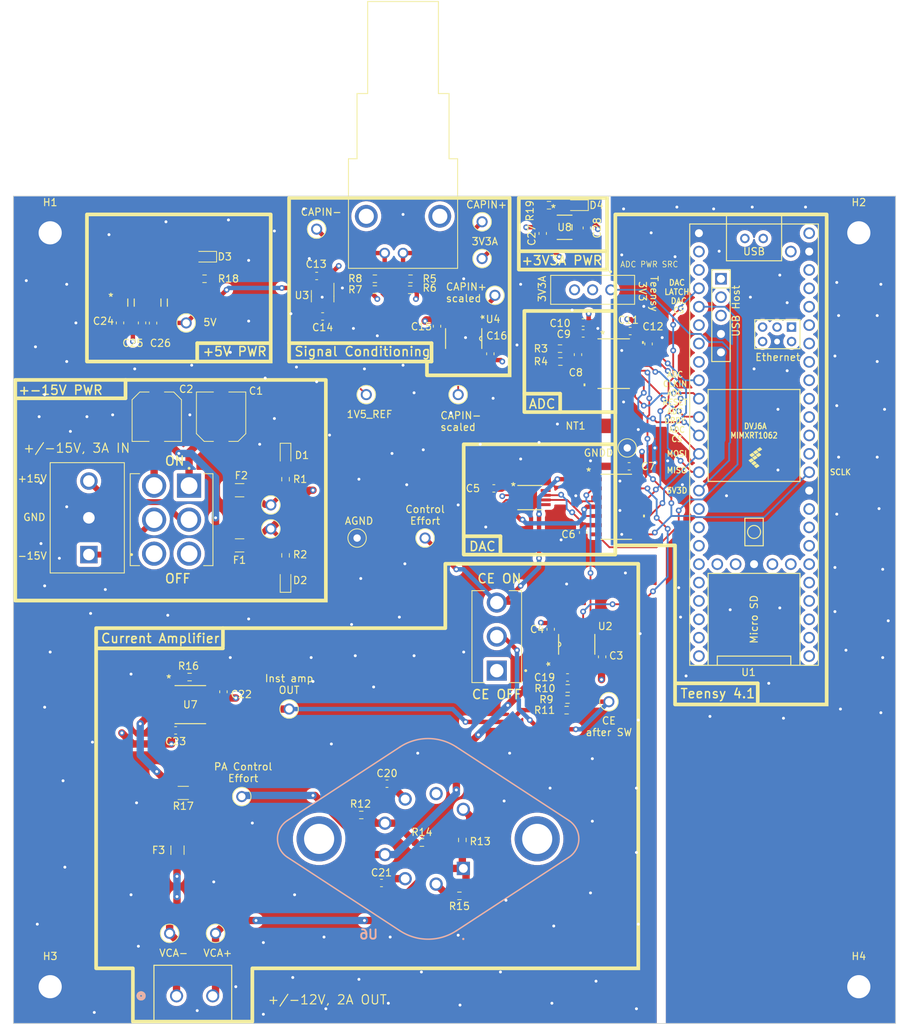
<source format=kicad_pcb>
(kicad_pcb (version 20221018) (generator pcbnew)
  (title_block (title "Nanopositioner Controller") (date "11/16/25") (rev "1") (company "MIT PCSL"))
  (layers (0 "F.Cu" signal) (1 "In1.Cu" power) (2 "In2.Cu" power) (31 "B.Cu" signal) (34 "B.Paste" user) (35 "F.Paste" user) (36 "B.SilkS" user "B.Silkscreen") (37 "F.SilkS" user "F.Silkscreen") (38 "B.Mask" user) (39 "F.Mask" user) (44 "Edge.Cuts" user))
  (net 0 "")
  (net 1 "-15V")
  (net 2 "GND")
  (net 3 "+15V")
  (net 4 "+5V")
  (net 5 "Net-(ADC1-AIN0P)")
  (net 6 "Net-(ADC1-AIN0N)")
  (net 11 "/ADC_RESET")
  (net 12 "/SPI_ADC_CS")
  (net 13 "/ADC_DRDY")
  (net 14 "/SPI_SCLK")
  (net 15 "/SPI_MISO")
  (net 16 "/SPI_MOSI")
  (net 17 "/ADC_CLKIN")
  (net 18 "Net-(ADC1-CAP)")
  (net 19 "/Control_Effort")
  (net 20 "/SPI_DAC_CS")
  (net 22 "/DAC_LATCH")
  (net 23 "/VCA-")
  (net 24 "/VCA+")
  (net 25 "/AIN0P")
  (net 26 "/AIN0N")
  (net 27 "/CAP_IN_P")
  (net 78 "/CAP_IN_N")
  (net 79 "/DAC/SENSE_REF")
  (net 80 "/DAC/FORCE_REF")
  (net 81 "/DAC/RAW_OUT")
  (net 82 "/DAC/DAC_INV")
  (net 83 "/Signal_scaling/OpAmp_IN_P")
  (net 84 "/Signal_scaling/OpAmp_IN_N")
  (net 85 "+3V3")
  (net 86 "+3.3VA")
  (net 87 "/DAC/NR")
  (net 90 "/Current_Amplifier/inst_amp_out")
  (net 93 "/-15V_PWR")
  (net 94 "/+15V_PWR")
  (net 95 "/DAC/AAGNDS")
  (net 96 "GNDD")
  (net 97 "/Current_Amplifier/PA_control_effort")
  (net 98 "Net-(D1-A)")
  (net 99 "Net-(D2-A)")
  (net 100 "Net-(D3-A)")
  (net 101 "Net-(D4-A)")
  (net 102 "/Current_Amplifier/VIN")
  (net 103 "Net-(SW2A-A)")
  (net 104 "Net-(SW2B-A)")
  (net 105 "Net-(U7-+IN)")
  (net 106 "Net-(U6--IN)")
  (net 107 "Net-(U6-CL-)")
  (net 108 "Net-(U6-CL+)")
  (net 109 "Net-(R16-Pad1)")
  (net 110 "Net-(R16-Pad2)")
  (net 114 "Net-(ADC1-DVDD)")
  (net 115 "Net-(U2A--)")
  (net 116 "/Signal_scaling/1V5_REF")
  (footprint "NCP5501:DPAK-3_ONS" (layer "F.Cu") (at 153.162 42.164)
    (fp_text reference "15V/5V_linear_regulator1")
    (fp_text value "NCP5501DT50RKG")
  )
  (footprint "5117:KEYSTONE_5117" (layer "F.Cu") (at 199.39 35.306)
    (fp_text reference "TP1")
    (fp_text value "CAP_P")
  )
  (footprint "LT1167CS8:SO-8_S_LIT" (layer "F.Cu") (at 159.072 102.008)
    (fp_text reference "U7")
    (fp_text value "instrumentation_amp1")
  )
  (footprint "5117:KEYSTONE_5117" (layer "F.Cu") (at 219.456 66.548)
    (fp_text reference "TP8")
    (fp_text value "DGND")
  )
  (footprint "Capacitor_SMD:C_0603_1608Metric_Pad1.08x0.95mm_HandSolder" (layer "F.Cu") (at 176.53 42.7935)
    (fp_text reference "C13")
    (fp_text value "1uF")
  )
  (footprint "Fuse:Fuse_1206_3216Metric_Pad1.42x1.75mm_HandSolder" (layer "F.Cu") (at 157.294 122.1105 90)
    (fp_text reference "F3")
    (fp_text value "Fuse")
  )
  (footprint "Diode_SMD:D_0603_1608Metric_Pad1.05x0.95mm_HandSolder" (layer "F.Cu") (at 172.2285 67.564 -90)
    (fp_text reference "D1")
    (fp_text value "LED")
  )
  (footprint "Capacitor_SMD:C_0603_1608Metric_Pad1.08x0.95mm_HandSolder" (layer "F.Cu") (at 200.533 53.5432 90)
    (fp_text reference "C16")
    (fp_text value "100nF")
  )
  (footprint "Capacitor_SMD:C_0603_1608Metric_Pad1.08x0.95mm_HandSolder" (layer "F.Cu") (at 201.0145 72.136 180)
    (fp_text reference "C5")
    (fp_text value "100nF")
  )
  (footprint "5117:KEYSTONE_5117" (layer "F.Cu") (at 162.56 133.604)
    (fp_text reference "TP13")
    (fp_text value "VCA+")
  )
  (footprint "DPDT_toggle:SW_100DP1T1B1M1QEH" (layer "F.Cu") (at 156.4805 76.454 -90)
    (fp_text reference "SW2")
    (fp_text value "PWR_SW")
  )
  (footprint "5227161:TE_5227161-2" (layer "F.Cu") (at 188.468 34.544 180)
    (fp_text reference "Cap_probe_output1")
    (fp_text value "Conn_Coaxial")
  )
  (footprint "Capacitor_SMD:C_0603_1608Metric_Pad1.08x0.95mm_HandSolder" (layer "F.Cu") (at 186.25 112.93)
    (fp_text reference "C20")
    (fp_text value "1uF")
  )
  (footprint "Resistor_SMD:R_0603_1608Metric_Pad0.98x0.95mm_HandSolder" (layer "F.Cu") (at 210.1615 52.832)
    (fp_text reference "R3")
    (fp_text value "1K")
  )
  (footprint "MAX5719:21-0041_S14&plus_4_MXM" (layer "F.Cu") (at 217.932 74.676)
    (fp_text reference "DAC1")
    (fp_text value "MAX5719AGSD+")
  )
  (footprint "MountingHole:MountingHole_3.2mm_M3_Pad" (layer "F.Cu") (at 139.7 140.97)
    (fp_text reference "H3")
    (fp_text value "MountingHole_Pad")
  )
  (footprint "Capacitor_SMD:C_0603_1608Metric_Pad1.08x0.95mm_HandSolder" (layer "F.Cu") (at 177.358 48.3815)
    (fp_text reference "C14")
    (fp_text value "1uF")
  )
  (footprint "Capacitor_SMD:C_0603_1608Metric_Pad1.08x0.95mm_HandSolder" (layer "F.Cu") (at 153.922 49.3025 -90)
    (fp_text reference "C26")
    (fp_text value "4.7uF")
  )
  (footprint "Resistor_SMD:R_0603_1608Metric_Pad0.98x0.95mm_HandSolder" (layer "F.Cu") (at 184.5735 43.18 180)
    (fp_text reference "R8")
    (fp_text value "100K")
  )
  (footprint "5117:KEYSTONE_5117" (layer "F.Cu") (at 201.168 45.466)
    (fp_text reference "TP6")
    (fp_text value "CAP_scaled_P")
  )
  (footprint "Resistor_SMD:R_0603_1608Metric_Pad0.98x0.95mm_HandSolder" (layer "F.Cu") (at 172.2285 81.3835 -90)
    (fp_text reference "R2")
    (fp_text value "22K")
  )
  (footprint "MountingHole:MountingHole_3.2mm_M3_Pad" (layer "F.Cu") (at 251.46 140.97)
    (fp_text reference "H4")
    (fp_text value "MountingHole_Pad")
  )
  (footprint "MAX6126:21-0036K" (layer "F.Cu") (at 205.994 73.406)
    (fp_text reference "4.096V_REF1")
    (fp_text value "MAX6126B41+")
  )
  (footprint "5117:KEYSTONE_5117" (layer "F.Cu") (at 158.496 49.276 -90)
    (fp_text reference "TP15")
    (fp_text value "5V")
  )
  (footprint "SPDT_toggle:SW_100SP1T1B4M2QE" (layer "F.Cu") (at 201.422 92.61 180)
    (fp_text reference "SW1")
    (fp_text value "SW_SPDT")
  )
  (footprint "Capacitor_SMD:C_0603_1608Metric_Pad1.08x0.95mm_HandSolder" (layer "F.Cu") (at 207.772 36.917501 90)
    (fp_text reference "C27")
    (fp_text value "1uF")
  )
  (footprint "5117:KEYSTONE_5117" (layer "F.Cu") (at 156.21 133.604)
    (fp_text reference "TP14")
    (fp_text value "VCA-")
  )
  (footprint "Capacitor_SMD:C_0603_1608Metric_Pad1.08x0.95mm_HandSolder" (layer "F.Cu") (at 211.201 98.2498)
    (fp_text reference "C19")
    (fp_text value "10pF")
  )
  (footprint "Capacitor_SMD:C_0603_1608Metric_Pad1.08x0.95mm_HandSolder" (layer "F.Cu") (at 163.644 100.23 90)
    (fp_text reference "C22")
    (fp_text value "1uF")
  )
  (footprint "Resistor_SMD:R_0603_1608Metric_Pad0.98x0.95mm_HandSolder" (layer "F.Cu") (at 211.201 101.2978 180)
    (fp_text reference "R9")
    (fp_text value "750R")
  )
  (footprint "Capacitor_SMD:C_0603_1608Metric_Pad1.08x0.95mm_HandSolder" (layer "F.Cu") (at 219.71 69.088 180)
    (fp_text reference "C7")
    (fp_text value "100nF")
  )
  (footprint "Capacitor_SMD:C_0603_1608Metric_Pad1.08x0.95mm_HandSolder" (layer "F.Cu") (at 185.488 126.646)
    (fp_text reference "C21")
    (fp_text value "1uF")
  )
  (footprint "Resistor_SMD:R_0603_1608Metric_Pad0.98x0.95mm_HandSolder" (layer "F.Cu") (at 158.9685 98.198 180)
    (fp_text reference "R16")
    (fp_text value "470R")
  )
  (footprint "MountingHole:MountingHole_3.2mm_M3_Pad" (layer "F.Cu") (at 139.7 36.83)
    (fp_text reference "H1")
    (fp_text value "MountingHole_Pad")
  )
  (footprint "Capacitor_SMD:C_0603_1608Metric_Pad1.08x0.95mm_HandSolder" (layer "F.Cu") (at 208.874 91.594 -90)
    (fp_text reference "C4")
    (fp_text value "100nF")
  )
  (footprint "MountingHole:MountingHole_3.2mm_M3_Pad" (layer "F.Cu") (at 251.46 36.83)
    (fp_text reference "H2")
    (fp_text value "MountingHole_Pad")
  )
  (footprint "Capacitor_SMD:C_0603_1608Metric_Pad1.08x0.95mm_HandSolder" (layer "F.Cu") (at 215.986 95.404 90)
    (fp_text reference "C3")
    (fp_text value "100nF")
  )
  (footprint "Capacitor_SMD:C_0603_1608Metric_Pad1.08x0.95mm_HandSolder" (layer "F.Cu") (at 213.36 49.2252)
    (fp_text reference "C10")
    (fp_text value "1uF")
  )
  (footprint "Resistor_SMD:R_0603_1608Metric_Pad0.98x0.95mm_HandSolder" (layer "F.Cu") (at 211.074 102.77 180)
    (fp_text reference "R11")
    (fp_text value "4.5K")
  )
  (footprint "5117:KEYSTONE_5117" (layer "F.Cu") (at 170.1965 77.724)
    (fp_text reference "TP5")
    (fp_text value "-15V")
  )
  (footprint "Diode_SMD:D_0603_1608Metric_Pad1.05x0.95mm_HandSolder" (layer "F.Cu") (at 172.2285 84.8265 90)
    (fp_text reference "D2")
    (fp_text value "LED")
  )
  (footprint "Resistor_SMD:R_0603_1608Metric_Pad0.98x0.95mm_HandSolder" (layer "F.Cu") (at 196.664 120.7005 90)
    (fp_text reference "R13")
    (fp_text value "0.1R")
  )
  (footprint "5117:KEYSTONE_5117" (layer "F.Cu") (at 183.388 59.182)
    (fp_text reference "TP10")
    (fp_text value "1V5_REF")
  )
  (footprint "LM358:D8" (layer "F.Cu") (at 212.471 93.6778 90)
    (fp_text reference "U2")
    (fp_text value "LM358")
  )
  (footprint "Capacitor_SMD:C_0603_1608Metric_Pad1.08x0.95mm_HandSolder" (layer "F.Cu") (at 213.36 78.232 -90)
    (fp_text reference "C6")
    (fp_text value "100nF")
  )
  (footprint "Capacitor_SMD:C_0603_1608Metric_Pad1.08x0.95mm_HandSolder" (layer "F.Cu") (at 213.868 36.155501 -90)
    (fp_text reference "C28")
    (fp_text value "1uF")
  )
  (footprint "MIC5504:SOT-23-5_MC_MCH" (layer "F.Cu") (at 210.7946 36.068)
    (fp_text reference "U8")
    (fp_text value "MIC5504-3.3YM5-TR")
  )
  (footprint "5117:KEYSTONE_5117" (layer "F.Cu") (at 176.53 36.322)
    (fp_text reference "TP2")
    (fp_text value "CAP_N")
  )
  (footprint "SPDT_switch:SW_EG1218" (layer "F.Cu") (at 214.67 44.704 180)
    (fp_text reference "S1")
    (fp_text value "3V3A/3V3D")
  )
  (footprint "Diode_SMD:D_0603_1608Metric_Pad1.05x0.95mm_HandSolder" (layer "F.Cu") (at 161.036 40.132 180)
    (fp_text reference "D3")
    (fp_text value "LED")
  )
  (footprint "Diode_SMD:D_0603_1608Metric_Pad1.05x0.95mm_HandSolder" (layer "F.Cu") (at 212.41 33.02 180)
    (fp_text reference "D4")
    (fp_text value "LED")
  )
  (footprint "Package_TO_SOT_SMD:SOT-23-5" (layer "F.Cu") (at 177.358 45.5875 -90)
    (fp_text reference "U3")
    (fp_text value "TLV70215_SOT23-5")
  )
  (footprint "Capacitor_SMD:C_0603_1608Metric_Pad1.08x0.95mm_HandSolder" (layer "F.Cu") (at 152.398 49.276 -90)
    (fp_text reference "C25")
    (fp_text value "100nF")
  )
  (footprint "Resistor_SMD:R_0603_1608Metric_Pad0.98x0.95mm_HandSolder" (layer "F.Cu") (at 196.2595 128.424 180)
    (fp_text reference "R15")
    (fp_text value "0.1R")
  )
  (footprint "Resistor_SMD:R_0603_1608Metric_Pad0.98x0.95mm_HandSolder" (layer "F.Cu") (at 189.503 43.18)
    (fp_text reference "R5")
    (fp_text value "100K")
  )
  (footprint "Capacitor_SMD:C_0603_1608Metric_Pad1.08x0.95mm_HandSolder" (layer "F.Cu") (at 157.04 105.564 180)
    (fp_text reference "C23")
    (fp_text value "1uF")
  )
  (footprint "Resistor_SMD:R_0603_1608Metric_Pad0.98x0.95mm_HandSolder" (layer "F.Cu") (at 210.2105 54.61)
    (fp_text reference "R4")
    (fp_text value "1K")
  )
  (footprint "Fuse:Fuse_1206_3216Metric_Pad1.42x1.75mm_HandSolder" (layer "F.Cu") (at 165.8785 80.01 180)
    (fp_text reference "F1")
    (fp_text value "Fuse")
  )
  (footprint "Resistor_SMD:R_0603_1608Metric_Pad0.98x0.95mm_HandSolder" (layer "F.Cu") (at 182.694 117.248 180)
    (fp_text reference "R12")
    (fp_text value "10K")
  )
  (footprint "Resistor_SMD:R_0603_1608Metric_Pad0.98x0.95mm_HandSolder" (layer "F.Cu") (at 208.6375 33.02)
    (fp_text reference "R19")
    (fp_text value "4.7K")
  )
  (footprint "TB002:CONN_TB002-500-02BE_CUD" (layer "F.Cu") (at 157.1649 142.24)
    (fp_text reference "J1")
    (fp_text value "2_term_conn")
  )
  (footprint "5117:KEYSTONE_5117" (layer "F.Cu") (at 172.72 102.616 90)
    (fp_text reference "TP12")
    (fp_text value "Inst_amp_OUT")
  )
  (footprint "Capacitor_SMD:C_Elec_6.3x7.7" (layer "F.Cu") (at 163.322 62.23 90)
    (fp_text reference "C1")
    (fp_text value "220uF")
  )
  (footprint "Capacitor_SMD:C_0603_1608Metric_Pad1.08x0.95mm_HandSolder" (layer "F.Cu") (at 219.8605 50.403999 180)
    (fp_text reference "C11")
    (fp_text value "1uF")
  )
  (footprint "5117:KEYSTONE_5117" (layer "F.Cu") (at 199.39 40.386)
    (fp_text reference "TP16")
    (fp_text value "3V")
  )
  (footprint "Resistor_SMD:R_1206_3216Metric_Pad1.30x1.75mm_HandSolder" (layer "F.Cu") (at 158.0945 114.2 180)
    (fp_text reference "R17")
    (fp_text value "0.05R")
  )
  (footprint "TB007:CUI_TB007-508-03BE" (layer "F.Cu") (at 145.0505 81.28 90)
    (fp_text reference "+/-15V_PWR1")
    (fp_text value "3_term_conn")
  )
  (footprint "ADS131M02:TSSOP20_PW_TEX" (layer "F.Cu") (at 217.58275 54.905001)
    (fp_text reference "ADC1")
    (fp_text value "ADS131M02IPWR")
  )
  (footprint "NetTie:NetTie-2_SMD_Pad2.0mm" (layer "F.Cu") (at 217.17 63.5)
    (fp_text reference "NT1")
    (fp_text value "NetTie_2")
  )
  (footprint "LM358:D8" (layer "F.Cu") (at 196.85 51.435 -90)
    (fp_text reference "U4")
    (fp_text value "LM358")
  )
  (footprint "5117:KEYSTONE_5117" (layer "F.Cu") (at 166.184 114.708)
    (fp_text reference "TP11")
    (fp_text value "PA_IN+")
  )
  (footprint "Resistor_SMD:R_0603_1608Metric_Pad0.98x0.95mm_HandSolder" (layer "F.Cu") (at 172.2285 70.866 90)
    (fp_text reference "R1")
    (fp_text value "22K")
  )
  (footprint "Resistor_SMD:R_0603_1608Metric_Pad0.98x0.95mm_HandSolder" (layer "F.Cu") (at 184.5735 44.674 180)
    (fp_text reference "R7")
    (fp_text value "15K")
  )
  (footprint "5117:KEYSTONE_5117" (layer "F.Cu") (at 182.118 78.994)
    (fp_text reference "TP3")
    (fp_text value "AGND")
  )
  (footprint "Fuse:Fuse_1206_3216Metric_Pad1.42x1.75mm_HandSolder" (layer "F.Cu") (at 165.8785 72.39)
    (fp_text reference "F2")
    (fp_text value "Fuse")
  )
  (footprint "5117:KEYSTONE_5117" (layer "F.Cu") (at 196.088 59.182)
    (fp_text reference "TP7")
    (fp_text value "CAP_scaled_N")
  )
  (footprint "Capacitor_SMD:C_0603_1608Metric_Pad1.08x0.95mm_HandSolder" (layer "F.Cu") (at 149.352 49.276 -90)
    (fp_text reference "C24")
    (fp_text value "10uF")
  )
  (footprint "Capacitor_SMD:C_Elec_6.3x7.7" (layer "F.Cu") (at 154.432 62.23 -90)
    (fp_text reference "C2")
    (fp_text value "220uF")
  )
  (footprint "Resistor_SMD:R_0603_1608Metric_Pad0.98x0.95mm_HandSolder" (layer "F.Cu") (at 161.036 43.18 180)
    (fp_text reference "R18")
    (fp_text value "4.7K")
  )
  (footprint "Capacitor_SMD:C_0603_1608Metric_Pad1.08x0.95mm_HandSolder" (layer "F.Cu") (at 222.4005 52.181999 -90)
    (fp_text reference "C12")
    (fp_text value "220nF")
  )
  (footprint "Capacitor_SMD:C_0603_1608Metric_Pad1.08x0.95mm_HandSolder" (layer "F.Cu") (at 213.36 50.7238)
    (fp_text reference "C9")
    (fp_text value "100nF")
  )
  (footprint "teensy41:Teensy41" (layer "F.Cu") (at 236.9792 66.0908 -90)
    (fp_text reference "U1")
    (fp_text value "Teensy4.1")
  )
  (footprint "Resistor_SMD:R_0603_1608Metric_Pad0.98x0.95mm_HandSolder" (layer "F.Cu") (at 211.2245 99.7738 180)
    (fp_text reference "R10")
    (fp_text value "1K")
  )
  (footprint "Resistor_SMD:R_0603_1608Metric_Pad0.98x0.95mm_HandSolder" (layer "F.Cu") (at 191.076 121.058)
    (fp_text reference "R14")
    (fp_text value "50K")
  )
  (footprint "5117:KEYSTONE_5117" (layer "F.Cu") (at 170.1965 74.422)
    (fp_text reference "TP4")
    (fp_text value "+15V")
  )
  (footprint "Capacitor_SMD:C_0603_1608Metric_Pad1.08x0.95mm_HandSolder" (layer "F.Cu") (at 193.167 49.7332 -90)
    (fp_text reference "C15")
    (fp_text value "100nF")
  )
  (footprint "Capacitor_SMD:C_0603_1608Metric_Pad1.08x0.95mm_HandSolder" (layer "F.Cu") (at 212.647 53.658 -90)
    (fp_text reference "C8")
    (fp_text value "10nF")
  )
  (footprint "5117:KEYSTONE_5117" (layer "F.Cu") (at 216.916 101.6)
    (fp_text reference "TP17")
    (fp_text value "control_effort_after_SW")
  )
  (footprint "Resistor_SMD:R_0603_1608Metric_Pad0.98x0.95mm_HandSolder" (layer "F.Cu") (at 189.456 44.704)
    (fp_text reference "R6")
    (fp_text value "15K")
  )
  (footprint "5117:KEYSTONE_5117" (layer "F.Cu") (at 191.516 78.994)
    (fp_text reference "TP9")
    (fp_text value "control_effort")
  )
  (footprint "PA12:PA08" (layer "B.Cu") (at 196.8 124.63 180)
    (fp_text reference "U6")
    (fp_text value "PA12" hide)
  )
  (gr_line (start 160.02 52.07) (end 170.18 52.07) (stroke (width 0.508)) (layer "F.SilkS"))
  (gr_line (start 192.405 52.07) (end 192.405 54.61) (stroke (width 0.508)) (layer "F.SilkS"))
  (gr_poly (pts (xy 167.64 145.796) (xy 167.64 138.43) (xy 220.98 138.43) (xy 220.98 82.55) (xy 194.31 82.55) (xy 194.31 91.44) (xy 146.05 91.44) (xy 146.05 138.43) (xy 151.13 138.43) (xy 151.13 145.796)) (stroke (width 0.508)) (fill none) (layer "F.SilkS"))
  (gr_line (start 172.72 52.07) (end 192.405 52.07) (stroke (width 0.508)) (layer "F.SilkS"))
  (gr_poly (pts (xy 134.874 87.63) (xy 177.8 87.63) (xy 177.8 57.15) (xy 134.874 57.15)) (stroke (width 0.508)) (fill none) (layer "F.SilkS"))
  (gr_line (start 237.49 99.06) (end 237.49 101.6) (stroke (width 0.508)) (layer "F.SilkS"))
  (gr_poly (pts (xy 217.805 47.625) (xy 205.232 47.625) (xy 205.232 61.595) (xy 217.805 61.595)) (stroke (width 0.508)) (fill none) (layer "F.SilkS"))
  (gr_line (start 210.185 59.055) (end 210.185 61.595) (stroke (width 0.508)) (layer "F.SilkS"))
  (gr_line (start 134.874 59.69) (end 150.114 59.69) (stroke (width 0.508)) (layer "F.SilkS"))
  (gr_poly (pts (xy 172.72 32.004) (xy 172.72 54.61) (xy 191.77 54.61) (xy 191.77 56.515) (xy 203.2 56.515) (xy 203.2 32.004)) (stroke (width 0.508)) (fill none) (layer "F.SilkS"))
  (gr_poly (pts (xy 247.015 34.29) (xy 247.015 101.981) (xy 226.06 101.981) (xy 226.06 80.01) (xy 217.805 80.01) (xy 217.805 34.29)) (stroke (width 0.508)) (fill none) (layer "F.SilkS"))
  (gr_poly (pts (xy 170.18 34.29) (xy 144.78 34.29) (xy 144.78 54.61) (xy 170.18 54.61)) (stroke (width 0.508)) (fill none) (layer "F.SilkS"))
  (gr_poly (pts (xy 204.47 32.004) (xy 204.47 41.91) (xy 216.662 41.91) (xy 216.662 32.004)) (stroke (width 0.508)) (fill none) (layer "F.SilkS"))
  (gr_line (start 201.93 78.74) (end 201.93 81.28) (stroke (width 0.508)) (layer "F.SilkS"))
  (gr_line (start 205.232 59.055) (end 210.185 59.055) (stroke (width 0.508)) (layer "F.SilkS"))
  (gr_line (start 150.114 57.15) (end 150.114 59.69) (stroke (width 0.508)) (layer "F.SilkS"))
  (gr_line (start 163.576 91.44) (end 163.576 93.98) (stroke (width 0.508)) (layer "F.SilkS"))
  (gr_line (start 196.977 78.74) (end 201.93 78.74) (stroke (width 0.508)) (layer "F.SilkS"))
  (gr_poly (pts (xy 217.805 66.04) (xy 196.85 66.04) (xy 196.85 81.28) (xy 217.805 81.28) (xy 217.805 80.01)) (stroke (width 0.508)) (fill none) (layer "F.SilkS"))
  (gr_line (start 160.02 54.61) (end 160.02 52.07) (stroke (width 0.508)) (layer "F.SilkS"))
  (gr_line (start 204.47 39.37) (end 216.662 39.37) (stroke (width 0.508)) (layer "F.SilkS"))
  (gr_line (start 226.187 99.06) (end 237.49 99.06) (stroke (width 0.508)) (layer "F.SilkS"))
  (gr_line (start 146.1135 94.234) (end 163.576 94.234) (stroke (width 0.508)) (layer "F.SilkS"))
  (gr_line (start 192.405 54.61) (end 191.77 54.61) (stroke (width 0.508)) (layer "F.SilkS"))
  (gr_line (start 134.62 146.05) (end 134.62 31.75) (stroke (width 0.1)) (layer "Edge.Cuts"))
  (gr_line (start 256.54 31.75) (end 256.54 146.05) (stroke (width 0.1)) (layer "Edge.Cuts"))
  (gr_line (start 134.62 31.75) (end 256.54 31.75) (stroke (width 0.1)) (layer "Edge.Cuts"))
  (gr_line (start 256.54 146.05) (end 134.62 146.05) (stroke (width 0.1)) (layer "Edge.Cuts"))
  (gr_text "ADC" (at 205.74 61.214) (layer "F.SilkS") (effects (font (size 1.27 1.27) (thickness 0.2032)) (justify left bottom)))
  (gr_text "Current Amplifier" (at 146.6215 93.599) (layer "F.SilkS") (effects (font (size 1.27 1.27) (thickness 0.2032)) (justify left bottom)))
  (gr_text "GNDD" (at 213.36 67.818) (layer "F.SilkS") (effects (font (size 1 1)) (justify left bottom)))
  (gr_text "CE ON" (at 198.628 85.344) (layer "F.SilkS") (effects (font (size 1.27 1.27) (thickness 0.2) bold) (justify left bottom)))
  (gr_text "CAPIN-" (at 174.244 34.544) (layer "F.SilkS") (effects (font (size 1 1)) (justify left bottom)))
  (gr_text "MOSI" (at 226.314 67.818) (layer "F.SilkS") (effects (font (size 0.8001 0.762)) (justify bottom)))
  (gr_text "Signal Conditioning" (at 173.355 53.975) (layer "F.SilkS") (effects (font (size 1.27 1.27) (thickness 0.2032)) (justify left bottom)))
  (gr_text "1V5_REF" (at 180.594 62.484) (layer "F.SilkS") (effects (font (size 1 1)) (justify left bottom)))
  (gr_text "DAC" (at 197.485 80.899) (layer "F.SilkS") (effects (font (size 1.27 1.27) (thickness 0.2032)) (justify left bottom)))
  (gr_text "AGND" (at 180.34 77.216) (layer "F.SilkS") (effects (font (size 1 1)) (justify left bottom)))
  (gr_text "+3V3A PWR" (at 204.724 41.402) (layer "F.SilkS") (effects (font (size 1.27 1.27) (thickness 0.2032)) (justify left bottom)))
  (gr_text "CAPIN-\nscaled" (at 193.548 64.262) (layer "F.SilkS") (effects (font (size 1 1)) (justify left bottom)))
  (gr_text "3V3A" (at 197.866 38.608) (layer "F.SilkS") (effects (font (size 1 1)) (justify left bottom)))
  (gr_text "DAC\nLATCH" (at 226.314 45.466) (layer "F.SilkS") (effects (font (size 0.8001 0.762)) (justify bottom)))
  (gr_text "5V" (at 160.782 49.784) (layer "F.SilkS") (effects (font (size 1 1)) (justify left bottom)))
  (gr_text "+15V" (at 135.128 71.374) (layer "F.SilkS") (effects (font (size 1 1)) (justify left bottom)))
  (gr_text "GND" (at 135.89 76.708) (layer "F.SilkS") (effects (font (size 1 1)) (justify left bottom)))
  (gr_text "CAPIN+\nscaled" (at 194.31 46.482) (layer "F.SilkS") (effects (font (size 1 1)) (justify left bottom)))
  (gr_text "3V3D" (at 226.314 72.898) (layer "F.SilkS") (effects (font (size 0.8001 0.762)) (justify bottom)))
  (gr_text "SCLK" (at 248.92 70.358) (layer "F.SilkS") (effects (font (size 0.8001 0.762)) (justify bottom)))
  (gr_text "CE OFF" (at 197.866 101.346) (layer "F.SilkS") (effects (font (size 1.27 1.27) (thickness 0.2) bold) (justify left bottom)))
  (gr_text "Teensy\n 3V3" (at 220.98 42.672 270) (layer "F.SilkS") (effects (font (size 1 1)) (justify left bottom)))
  (gr_text "+/-12V, 2A OUT" (at 169.672 143.51) (layer "F.SilkS") (effects (font (size 1.27 1.27)) (justify left bottom)))
  (gr_text "VCA+" (at 160.782 136.906) (layer "F.SilkS") (effects (font (size 1 1)) (justify left bottom)))
  (gr_text "+5V PWR" (at 160.655 53.975) (layer "F.SilkS") (effects (font (size 1.27 1.27) (thickness 0.2032)) (justify left bottom)))
  (gr_text "ADC\nRESET" (at 226.06 60.706) (layer "F.SilkS") (effects (font (size 0.8001 0.762)) (justify bottom)))
  (gr_text "+-15V PWR" (at 135.1915 59.309) (layer "F.SilkS") (effects (font (size 1.27 1.27) (thickness 0.2032)) (justify left bottom)))
  (gr_text "PA Control\nEffort" (at 166.37 112.776) (layer "F.SilkS") (effects (font (size 1 1)) (justify bottom)))
  (gr_text "MISO" (at 226.314 70.104) (layer "F.SilkS") (effects (font (size 0.8001 0.762)) (justify bottom)))
  (gr_text "ADC\nCS" (at 226.314 65.786) (layer "F.SilkS") (effects (font (size 0.8001 0.762)) (justify bottom)))
  (gr_text "-15V" (at 135.128 82.042) (layer "F.SilkS") (effects (font (size 1 1)) (justify left bottom)))
  (gr_text "ON" (at 155.448 69.088) (layer "F.SilkS") (effects (font (size 1.27 1.27) (thickness 0.2) bold) (justify left bottom)))
  (gr_text "3V3A" (at 208.28 46.482 90) (layer "F.SilkS") (effects (font (size 1 1)) (justify left bottom)))
  (gr_text "+/-15V, 3A IN" (at 135.89 67.31) (layer "F.SilkS") (effects (font (size 1.27 1.27)) (justify left bottom)))
  (gr_text "ADC PWR SRC" (at 218.44 41.656) (layer "F.SilkS") (effects (font (size 0.8001 0.762) (thickness 0.1016)) (justify left bottom)))
  (gr_text "Inst amp\nOUT" (at 172.72 100.584) (layer "F.SilkS") (effects (font (size 1 1)) (justify bottom)))
  (gr_text "OFF" (at 155.448 85.344) (layer "F.SilkS") (effects (font (size 1.27 1.27) (thickness 0.2) bold) (justify left bottom)))
  (gr_text "CAPIN+" (at 197.104 33.528) (layer "F.SilkS") (effects (font (size 1 1)) (justify left bottom)))
  (gr_text "DAC\nCS" (at 226.568 48.006) (layer "F.SilkS") (effects (font (size 0.8001 0.762)) (justify bottom)))
  (gr_text "ADC\nDRDY" (at 226.06 63.246) (layer "F.SilkS") (effects (font (size 0.8001 0.762)) (justify bottom)))
  (gr_text "Teensy 4.1" (at 226.695 101.219) (layer "F.SilkS") (effects (font (size 1.27 1.27) (thickness 0.2032)) (justify left bottom)))
  (gr_text "Control\nEffort" (at 191.516 77.216) (layer "F.SilkS") (effects (font (size 1 1)) (justify bottom)))
  (gr_text "ADC\nCLKIN" (at 226.06 58.166) (layer "F.SilkS") (effects (font (size 0.8001 0.762)) (justify bottom)))
  (gr_text "CE\nafter SW" (at 216.916 106.426) (layer "F.SilkS") (effects (font (size 1 1)) (justify bottom)))
  (gr_text "VCA-" (at 154.686 136.906) (layer "F.SilkS") (effects (font (size 1 1)) (justify left bottom)))
  (segment (start 176.022 72.39) (end 175.5305 72.39) (width 1.016) (layer "F.Cu") (net 1))
  (segment (start 151.13 107.442) (end 156.464 107.442) (width 1.016) (layer "F.Cu") (net 1))
  (segment (start 156.1775 105.564) (end 156.1775 104.08335) (width 1.016) (layer "F.Cu") (net 1))
  (segment (start 172.2285 80.471) (end 172.2285 79.756) (width 0.6096) (layer "F.Cu") (net 1))
  (segment (start 156.464 107.442) (end 156.464 105.8505) (width 1.016) (layer "F.Cu") (net 1))
  (segment (start 172.2285 79.756) (end 170.1965 77.724) (width 0.6096) (layer "F.Cu") (net 1))
  (segment (start 175.5305 72.39) (end 170.1965 77.724) (width 1.016) (layer "F.Cu") (net 1))
  (segment (start 215.9 98.552) (end 215.9 96.3525) (width 1.016) (layer "F.Cu") (net 1))
  (segment (start 169.652 77.724) (end 167.366 80.01) (width 0.8128) (layer "F.Cu") (net 1))
  (segment (start 215.986 96.2665) (end 214.5009 96.2665) (width 0.6096) (layer "F.Cu") (net 1))
  (segment (start 149.606 105.918) (end 151.13 107.442) (width 1.016) (layer "F.Cu") (net 1))
  (segment (start 191.6673 48.8707) (end 191.516 49.022) (width 1.016) (layer "F.Cu") (net 1))
  (segment (start 187.1125 113.4025) (end 188.76 115.05) (width 1.016) (layer "F.Cu") (net 1))
  (segment (start 193.167 48.8707) (end 191.6673 48.8707) (width 1.016) (layer "F.Cu") (net 1))
  (segment (start 156.464 105.8505) (end 156.1775 105.564) (width 1.016) (layer "F.Cu") (net 1))
  (segment (start 215.9 96.3525) (end 215.986 96.2665) (width 1.016) (layer "F.Cu") (net 1))
  (segment (start 214.5009 96.2665) (end 214.376 96.1416) (width 0.6096) (layer "F.Cu") (net 1))
  (segment (start 187.1125 112.93) (end 187.1125 113.4025) (width 1.016) (layer "F.Cu") (net 1))
  (segment (start 156.1775 104.08335) (end 156.34785 103.913) (width 1.016) (layer "F.Cu") (net 1))
  (segment (start 194.8445 48.8707) (end 194.945 48.9712) (width 0.25) (layer "F.Cu") (net 1))
  (segment (start 170.1965 77.724) (end 169.652 77.724) (width 0.8128) (layer "F.Cu") (net 1))
  (segment (start 193.167 48.8707) (end 194.8445 48.8707) (width 0.6096) (layer "F.Cu") (net 1))
  (via (at 176.022 72.39) (size 0.8) (drill 0.4) (layers "F.Cu" "B.Cu") (net 1))
  (via (at 191.516 49.022) (size 0.8) (drill 0.4) (layers "F.Cu" "B.Cu") (net 1))
  (via (at 149.606 105.918) (size 0.8) (drill 0.4) (layers "F.Cu" "B.Cu") (net 1))
  (via (at 215.9 98.552) (size 0.8) (drill 0.4) (layers "F.Cu" "B.Cu") (net 1))
  (via (at 156.464 107.442) (size 0.8) (drill 0.4) (layers "F.Cu" "B.Cu") (net 1))
  (segment (start 218.8475 69.088) (end 215.392 69.088) (width 1.016) (layer "F.Cu") (net 2))
  (segment (start 213.813733 52.630002) (end 212.4975 51.313769) (width 0.24892) (layer "F.Cu") (net 2))
  (segment (start 177.292 45.72) (end 177.292 44.516) (width 0.24892) (layer "F.Cu") (net 2))
  (segment (start 215.58377 52.630002) (end 215.65931 52.554462) (width 0.24892) (layer "F.Cu") (net 2))
  (segment (start 177.292 45.72) (end 175.006 45.72) (width 0.24892) (layer "F.Cu") (net 2))
  (segment (start 214.69985 73.914) (end 214.376 73.914) (width 0.24892) (layer "F.Cu") (net 2))
  (segment (start 214.63 52.630002) (end 213.813733 52.630002) (width 0.24892) (layer "F.Cu") (net 2))
  (segment (start 203.8096 73.731001) (end 205.414999 73.731001) (width 0.24892) (layer "F.Cu") (net 2))
  (segment (start 212.4975 51.313769) (end 212.4975 50.7238) (width 0.24892) (layer "F.Cu") (net 2))
  (segment (start 201.93 74.489535) (end 201.93 74.676) (width 0.24892) (layer "F.Cu") (net 2))
  (segment (start 177.292 44.516) (end 177.358 44.45) (width 0.24892) (layer "F.Cu") (net 2))
  (segment (start 215.20785 73.406) (end 214.69985 73.914) (width 0.24892) (layer "F.Cu") (net 2))
  (segment (start 178.816 45.72) (end 180.086 44.45) (width 0.24892) (layer "F.Cu") (net 2))
  (segment (start 205.414999 73.731001) (end 205.486 73.66) (width 0.24892) (layer "F.Cu") (net 2))
  (segment (start 202.688534 73.731001) (end 201.93 74.489535) (width 0.24892) (layer "F.Cu") (net 2))
  (segment (start 215.65931 52.554462) (end 215.65931 51.06731) (width 0.24892) (layer "F.Cu") (net 2))
  (segment (start 177.292 45.72) (end 178.816 45.72) (width 0.24892) (layer "F.Cu") (net 2))
  (segment (start 214.376 73.914) (end 212.598 73.914) (width 0.24892) (layer "F.Cu") (net 2))
  (segment (start 203.8096 73.731001) (end 202.688534 73.731001) (width 0.24892) (layer "F.Cu") (net 2))
  (segment (start 214.63 52.630002) (end 215.58377 52.630002) (width 0.24892) (layer "F.Cu") (net 2))
  (via (at 160.02 144.272) (size 0.8) (drill 0.4) (layers "F.Cu" "B.Cu") (net 2))
  (via (at 145.288 89.408) (size 0.8) (drill 0.4) (layers "F.Cu" "B.Cu") (net 2))
  (via (at 142.494 64.262) (size 0.8) (drill 0.4) (layers "F.Cu" "B.Cu") (net 2))
  (via (at 155.702 35.306) (size 0.8) (drill 0.4) (layers "F.Cu" "B.Cu") (net 2))
  (via (at 209.042 143.256) (size 0.8) (drill 0.4) (layers "F.Cu" "B.Cu") (net 2))
  (via (at 182.372 139.954) (size 0.8) (drill 0.4) (layers "F.Cu" "B.Cu") (net 2))
  (via (at 174.752 33.528) (size 0.8) (drill 0.4) (layers "F.Cu" "B.Cu") (net 2))
  (via (at 209.804 63.246) (size 0.8) (drill 0.4) (layers "F.Cu" "B.Cu") (net 2))
  (via (at 173.482 128.27) (size 0.8) (drill 0.4) (layers "F.Cu" "B.Cu") (net 2))
  (via (at 215.138 140.208) (size 0.8) (drill 0.4) (layers "F.Cu" "B.Cu") (net 2))
  (via (at 202.438 115.316) (size 0.8) (drill 0.4) (layers "F.Cu" "B.Cu") (net 2))
  (via (at 188.468 34.29) (size 0.8) (drill 0.4) (layers "F.Cu" "B.Cu") (net 2))
  (via (at 210.312 79.248) (size 0.8) (drill 0.4) (layers "F.Cu" "B.Cu") (net 2))
  (via (at 195.072 61.722) (size 0.8) (drill 0.4) (layers "F.Cu" "B.Cu") (net 2))
  (via (at 162.306 126.492) (size 0.8) (drill 0.4) (layers "F.Cu" "B.Cu") (net 2))
  (via (at 172.974 48.006) (size 0.8) (drill 0.4) (layers "F.Cu" "B.Cu") (net 2))
  (via (at 159.258 55.118) (size 0.8) (drill 0.4) (layers "F.Cu" "B.Cu") (net 2))
  (via (at 137.668 52.578) (size 0.8) (drill 0.4) (layers "F.Cu" "B.Cu") (net 2))
  (via (at 203.2 108.712) (size 0.8) (drill 0.4) (layers "F.Cu" "B.Cu") (net 2))
  (via (at 215.392 50.038) (size 0.8) (drill 0.4) (layers "F.Cu" "B.Cu") (net 2))
  (via (at 145.796 144.526) (size 0.8) (drill 0.4) (layers "F.Cu" "B.Cu") (net 2))
  (via (at 196.342 143.51) (size 0.8) (drill 0.4) (layers "F.Cu" "B.Cu") (net 2))
  (via (at 196.85 43.18) (size 0.8) (drill 0.4) (layers "F.Cu" "B.Cu") (net 2))
  (via (at 190.5 108.712) (size 0.8) (drill 0.4) (layers "F.Cu" "B.Cu") (net 2))
  (via (at 141.986 43.942) (size 0.8) (drill 0.4) (layers "F.Cu" "B.Cu") (net 2))
  (via (at 164.592 95.504) (size 0.8) (drill 0.4) (layers "F.Cu" "B.Cu") (net 2))
  (via (at 214.376 68.326) (size 0.8) (drill 0.4) (layers "F.Cu" "B.Cu") (net 2))
  (via (at 177.546 134.112) (size 0.8) (drill 0.4) (layers "F.Cu" "B.Cu") (net 2))
  (via (at 170.688 36.576) (size 0.8) (drill 0.4) (layers "F.Cu" "B.Cu") (net 2))
  (via (at 175.514 40.386) (size 0.8) (drill 0.4) (layers "F.Cu" "B.Cu") (net 2))
  (via (at 167.64 118.364) (size 0.8) (drill 0.4) (layers "F.Cu" "B.Cu") (net 2))
  (via (at 220.726 122.428) (size 0.8) (drill 0.4) (layers "F.Cu" "B.Cu") (net 2))
  (via (at 138.43 79.756) (size 0.8) (drill 0.4) (layers "F.Cu" "B.Cu") (net 2))
  (via (at 151.638 115.57) (size 0.8) (drill 0.4) (layers "F.Cu" "B.Cu") (net 2))
  (via (at 211.836 47.498) (size 0.8) (drill 0.4) (layers "F.Cu" "B.Cu") (net 2))
  (via (at 139.7 94.742) (size 0.8) (drill 0.4) (layers "F.Cu" "B.Cu") (net 2))
  (via (at 197.104 51.308) (size 0.8) (drill 0.4) (layers "F.Cu" "B.Cu") (net 2))
  (via (at 212.344 73.152) (size 0.8) (drill 0.4) (layers "F.Cu" "B.Cu") (net 2))
  (via (at 151.892 135.382) (size 0.8) (drill 0.4) (layers "F.Cu" "B.Cu") (net 2))
  (via (at 143.256 49.276) (size 0.8) (drill 0.4) (layers "F.Cu" "B.Cu") (net 2))
  (via (at 138.938 85.598) (size 0.8) (drill 0.4) (layers "F.Cu" "B.Cu") (net 2))
  (via (at 214.63 118.11) (size 0.8) (drill 0.4) (layers "F.Cu" "B.Cu") (net 2))
  (via (at 191.008 138.938) (size 0.8) (drill 0.4) (layers "F.Cu" "B.Cu") (net 2))
  (via (at 188.722 82.55) (size 0.8) (drill 0.4) (layers "F.Cu" "B.Cu") (net 2))
  (via (at 141.478 112.522) (size 0.8) (drill 0.4) (layers "F.Cu" "B.Cu") (net 2))
  (via (at 199.136 66.04) (size 0.8) (drill 0.4) (layers "F.Cu" "B.Cu") (net 2))
  (via (at 141.986 54.61) (size 0.8) (drill 0.4) (layers "F.Cu" "B.Cu") (net 2))
  (via (at 177.292 45.72) (size 0.8) (drill 0.4) (layers "F.Cu" "B.Cu") (net 2))
  (via (at 186.69 134.112) (size 0.8) (drill 0.4) (layers "F.Cu" "B.Cu") (net 2))
  (via (at 144.78 62.23) (size 0.8) (drill 0.4) (layers "F.Cu" "B.Cu") (net 2))
  (via (at 182.626 84.582) (size 0.8) (drill 0.4) (layers "F.Cu" "B.Cu") (net 2))
  (via (at 168.656 66.04) (size 0.8) (drill 0.4) (layers "F.Cu" "B.Cu") (net 2))
  (via (at 150.876 97.79) (size 0.8) (drill 0.4) (layers "F.Cu" "B.Cu") (net 2))
  (via (at 181.61 50.038) (size 0.8) (drill 0.4) (layers "F.Cu" "B.Cu") (net 2))
  (via (at 138.938 59.182) (size 0.8) (drill 0.4) (layers "F.Cu" "B.Cu") (net 2))
  (via (at 208.788 113.538) (size 0.8) (drill 0.4) (layers "F.Cu" "B.Cu") (net 2))
  (via (at 201.93 138.938) (size 0.8) (drill 0.4) (layers "F.Cu" "B.Cu") (net 2))
  (via (at 145.542 107.188) (size 0.8) (drill 0.4) (layers "F.Cu" "B.Cu") (net 2))
  (via (at 141.732 124.46) (size 0.8) (drill 0.4) (layers "F.Cu" "B.Cu") (net 2))
  (via (at 196.088 133.858) (size 0.8) (drill 0.4) (layers "F.Cu" "B.Cu") (net 2))
  (via (at 151.384 55.626) (size 0.8) (drill 0.4) (layers "F.Cu" "B.Cu") (net 2))
  (via (at 141.986 74.676) (size 0.8) (drill 0.4) (layers "F.Cu" "B.Cu") (net 2))
  (via (at 165.354 140.97) (size 0.8) (drill 0.4) (layers "F.Cu" "B.Cu") (net 2))
  (via (at 220.726 113.538) (size 0.8) (drill 0.4) (layers "F.Cu" "B.Cu") (net 2))
  (via (at 191.262 66.802) (size 0.8) (drill 0.4) (layers "F.Cu" "B.Cu") (net 2))
  (via (at 204.724 68.072) (size 0.8) (drill 0.4) (layers "F.Cu" "B.Cu") (net 2))
  (via (at 189.992 58.928) (size 0.8) (drill 0.4) (layers "F.Cu" "B.Cu") (net 2))
  (via (at 220.98 132.334) (size 0.8) (drill 0.4) (layers "F.Cu" "B.Cu") (net 2))
  (via (at 214.63 109.474) (size 0.8) (drill 0.4) (layers "F.Cu" "B.Cu") (net 2))
  (via (at 136.398 43.434) (size 0.8) (drill 0.4) (layers "F.Cu" "B.Cu") (net 2))
  (via (at 219.202 83.82) (size 0.8) (drill 0.4) (layers "F.Cu" "B.Cu") (net 2))
  (via (at 188.468 55.118) (size 0.8) (drill 0.4) (layers "F.Cu" "B.Cu") (net 2))
  (via (at 202.692 129.032) (size 0.8) (drill 0.4) (layers "F.Cu" "B.Cu") (net 2))
  (via (at 180.086 44.45) (size 0.8) (drill 0.4) (layers "F.Cu" "B.Cu") (net 2))
  (via (at 169.164 144.78) (size 0.8) (drill 0.4) (layers "F.Cu" "B.Cu") (net 2))
  (via (at 169.164 134.874) (size 0.8) (drill 0.4) (layers "F.Cu" "B.Cu") (net 2))
  (via (at 189.992 95.25) (size 0.8) (drill 0.4) (layers "F.Cu" "B.Cu") (net 2))
  (via (at 159.004 61.976) (size 0.8) (drill 0.4) (layers "F.Cu" "B.Cu") (net 2))
  (via (at 173.736 55.372) (size 0.8) (drill 0.4) (layers "F.Cu" "B.Cu") (net 2))
  (via (at 183.134 55.626) (size 0.8) (drill 0.4) (layers "F.Cu" "B.Cu") (net 2))
  (via (at 169.418 56.896) (size 0.8) (drill 0.4) (layers "F.Cu" "B.Cu") (net 2))
  (via (at 221.234 92.202) (size 0.8) (drill 0.4) (layers "F.Cu" "B.Cu") (net 2))
  (via (at 147.828 37.084) (size 0.8) (drill 0.4) (layers "F.Cu" "B.Cu") (net 2))
  (via (at 170.688 62.484) (size 0.8) (drill 0.4) (layers "F.Cu" "B.Cu") (net 2))
  (via (at 196.85 94.742) (size 0.8) (drill 0.4) (layers "F.Cu" "B.Cu") (net 2))
  (via (at 155.956 89.662) (size 0.8) (drill 0.4) (layers "F.Cu" "B.Cu") (net 2))
  (via (at 167.132 40.64) (size 0.8) (drill 0.4) (layers "F.Cu" "B.Cu") (net 2))
  (via (at 181.864 95.25) (size 0.8) (drill 0.4) (layers "F.Cu" "B.Cu") (net 2))
  (via (at 187.96 89.916) (size 0.8) (drill 0.4) (layers "F.Cu" "B.Cu") (net 2))
  (via (at 164.338 35.052) (size 0.8) (drill 0.4) (layers "F.Cu" "B.Cu") (net 2))
  (via (at 167.132 90.17) (size 0.8) (drill 0.4) (layers "F.Cu" "B.Cu") (net 2))
  (via (at 181.356 90.932) (size 0.8) (drill 0.4) (layers "F.Cu" "B.Cu") (net 2))
  (via (at 137.922 132.334) (size 0.8) (drill 0.4) (layers "F.Cu" "B.Cu") (net 2))
  (via (at 199.898 77.47) (size 0.8) (drill 0.4) (layers "F.Cu" "B.Cu") (net 2))
  (via (at 167.132 49.022) (size 0.8) (drill 0.4) (layers "F.Cu" "B.Cu") (net 2))
  (via (at 176.022 98.806) (size 0.8) (drill 0.4) (layers "F.Cu" "B.Cu") (net 2))
  (via (at 148.336 61.976) (size 0.8) (drill 0.4) (layers "F.Cu" "B.Cu") (net 2))
  (via (at 175.768 95.504) (size 0.8) (drill 0.4) (layers "F.Cu" "B.Cu") (net 2))
  (via (at 164.592 53.34) (size 0.8) (drill 0.4) (layers "F.Cu" "B.Cu") (net 2))
  (via (at 184.912 51.054) (size 0.8) (drill 0.4) (layers "F.Cu" "B.Cu") (net 2))
  (via (at 147.32 86.106) (size 0.8) (drill 0.4) (layers "F.Cu" "B.Cu") (net 2))
  (via (at 150.876 128.27) (size 0.8) (drill 0.4) (layers "F.Cu" "B.Cu") (net 2))
  (via (at 140.97 81.788) (size 0.8) (drill 0.4) (layers "F.Cu" "B.Cu") (net 2))
  (via (at 200.914 59.69) (size 0.8) (drill 0.4) (layers "F.Cu" "B.Cu") (net 2))
  (via (at 188.976 71.628) (size 0.8) (drill 0.4) (layers "F.Cu" "B.Cu") (net 2))
  (via (at 138.176 62.23) (size 0.8) (drill 0.4) (layers "F.Cu" "B.Cu") (net 2))
  (via (at 204.216 52.324) (size 0.8) (drill 0.4) (layers "F.Cu" "B.Cu") (net 2))
  (via (at 209.296 132.588) (size 0.8) (drill 0.4) (layers "F.Cu" "B.Cu") (net 2))
  (via (at 220.726 144.018) (size 0.8) (drill 0.4) (layers "F.Cu" "B.Cu") (net 2))
  (via (at 177.8 144.018) (size 0.8) (drill 0.4) (layers "F.Cu" "B.Cu") (net 2))
  (via (at 207.264 65.786) (size 0.8) (drill 0.4) (layers "F.Cu" "B.Cu") (net 2))
  (via (at 220.98 104.14) (size 0.8) (drill 0.4) (layers "F.Cu" "B.Cu") (net 2))
  (via (at 184.404 99.568) (size 0.8) (drill 0.4) (layers "F.Cu" "B.Cu") (net 2))
  (via (at 211.074 85.344) (size 0.8) (drill 0.4) (layers "F.Cu" "B.Cu") (net 2))
  (via (at 196.088 74.422) (size 0.8) (drill 0.4) (layers "F.Cu" "B.Cu") (net 2))
  (via (at 214.376 128.016) (size 0.8) (drill 0.4) (layers "F.Cu" "B.Cu") (net 2))
  (via (at 186.436 143.256) (size 0.8) (drill 0.4) (layers "F.Cu" "B.Cu") (net 2))
  (via (at 178.562 107.442) (size 0.8) (drill 0.4) (layers "F.Cu" "B.Cu") (net 2))
  (via (at 138.43 71.374) (size 0.8) (drill 0.4) (layers "F.Cu" "B.Cu") (net 2))
  (via (at 182.372 70.866) (size 0.8) (drill 0.4) (layers "F.Cu" "B.Cu") (net 2))
  (via (at 138.938 102.362) (size 0.8) (drill 0.4) (layers "F.Cu" "B.Cu") (net 2))
  (via (at 178.308 64.77) (size 0.8) (drill 0.4) (layers "F.Cu" "B.Cu") (net 2))
  (via (at 186.944 67.31) (size 0.8) (drill 0.4) (layers "F.Cu" "B.Cu") (net 2))
  (via (at 173.228 139.7) (size 0.8) (drill 0.4) (layers "F.Cu" "B.Cu") (net 2))
  (via (at 176.53 57.404) (size 0.8) (drill 0.4) (layers "F.Cu" "B.Cu") (net 2))
  (via (at 204.724 43.942) (size 0.8) (drill 0.4) (layers "F.Cu" "B.Cu") (net 2))
  (segment (start 149.352 48.4135) (end 150.707999 48.4135) (width 0.6096) (layer "F.Cu") (net 3))
  (segment (start 209.3565 91.214) (end 208.874 90.7315) (width 0.6096) (layer "F.Cu") (net 3))
  (segment (start 210.566 91.214) (end 209.3565 91.214) (width 0.6096) (layer "F.Cu") (net 3))
  (segment (start 152.398 48.4135) (end 151.035999 48.4135) (width 0.6096) (layer "F.Cu") (net 3))
  (segment (start 170.1965 74.422) (end 169.398 74.422) (width 0.8128) (layer "F.Cu") (net 3))
  (segment (start 207.5715 90.7315) (end 207.518 90.678) (width 0.6096) (layer "F.Cu") (net 3))
  (segment (start 201.9797 54.4057) (end 202.184 54.61) (width 0.6096) (layer "F.Cu") (net 3))
  (segment (start 150.707999 48.4135) (end 150.871999 48.5775) (width 0.6096) (layer "F.Cu") (net 3))
  (segment (start 163.3635 101.373) (end 163.644 101.0925) (width 1.016) (layer "F.Cu") (net 3))
  (segment (start 169.398 74.422) (end 167.366 72.39) (width 0.8128) (layer "F.Cu") (net 3))
  (segment (start 200.533 54.4057) (end 201.9797 54.4057) (width 0.6096) (layer "F.Cu") (net 3))
  (segment (start 188.76 126.05) (end 186.9465 126.05) (width 1.016) (layer "F.Cu") (net 3))
  (segment (start 151.035999 48.4135) (end 150.871999 48.5775) (width 0.6096) (layer "F.Cu") (net 3))
  (segment (start 151.13 51.816) (end 151.13 48.835501) (width 0.6096) (layer "F.Cu") (net 3))
  (segment (start 163.644 101.0925) (end 165.3535 101.0925) (width 1.016) (layer "F.Cu") (net 3))
  (segment (start 198.755 53.8988) (end 200.0261 53.8988) (width 0.6096) (layer "F.Cu") (net 3))
  (segment (start 172.2285 72.39) (end 170.1965 74.422) (width 0.6096) (layer "F.Cu") (net 3))
  (segment (start 208.874 90.7315) (end 207.5715 90.7315) (width 0.6096) (layer "F.Cu") (net 3))
  (segment (start 151.13 48.835501) (end 150.871999 48.5775) (width 0.6096) (layer "F.Cu") (net 3))
  (segment (start 165.3535 101.0925) (end 165.354 101.092) (width 1.016) (layer "F.Cu") (net 3))
  (segment (start 161.79615 101.373) (end 163.3635 101.373) (width 1.016) (layer "F.Cu") (net 3))
  (segment (start 186.9465 126.05) (end 186.3505 126.646) (width 1.016) (layer "F.Cu") (net 3))
  (segment (start 172.2285 71.7785) (end 172.2285 72.39) (width 0.6096) (layer "F.Cu") (net 3))
  (segment (start 200.0261 53.8988) (end 200.533 54.4057) (width 0.6096) (layer "F.Cu") (net 3))
  (via (at 207.518 90.678) (size 0.8) (drill 0.4) (layers "F.Cu" "B.Cu") (net 3))
  (via (at 165.354 101.092) (size 0.8) (drill 0.4) (layers "F.Cu" "B.Cu") (net 3))
  (via (at 202.184 54.61) (size 0.8) (drill 0.4) (layers "F.Cu" "B.Cu") (net 3))
  (via (at 151.13 51.816) (size 0.8) (drill 0.4) (layers "F.Cu" "B.Cu") (net 3))
  (segment (start 209.4992 35.117999) (end 208.709002 35.117999) (width 0.6096) (layer "F.Cu") (net 4))
  (segment (start 221.488 68.326) (end 220.726 69.088) (width 0.6096) (layer "F.Cu") (net 4))
  (segment (start 178.308 43.709) (end 178.308 44.45) (width 0.24892) (layer "F.Cu") (net 4))
  (segment (start 156.150501 49.276) (end 155.452001 48.5775) (width 0.6096) (layer "F.Cu") (net 4))
  (segment (start 179.578 41.402) (end 178.308 42.672) (width 0.6096) (layer "F.Cu") (net 4))
  (segment (start 209.4992 37.018001) (end 208.735 37.018001) (width 0.6096) (layer "F.Cu") (net 4))
  (segment (start 221.488 67.056) (end 221.488 68.326) (width 0.6096) (layer "F.Cu") (net 4))
  (segment (start 178.308 42.672) (end 177.514 42.672) (width 0.6096) (layer "F.Cu") (net 4))
  (segment (start 176.408 44.45) (end 171.704 44.45) (width 0.6096) (layer "F.Cu") (net 4))
  (segment (start 202.313994 73.080999) (end 203.8096 73.080999) (width 0.24892) (layer "F.Cu") (net 4))
  (segment (start 205.498999 36.055001) (end 205.486 36.068) (width 0.6096) (layer "F.Cu") (net 4))
  (segment (start 202.184526 73.210467) (end 202.313994 73.080999) (width 0.24892) (layer "F.Cu") (net 4))
  (segment (start 158.496 49.276) (end 156.150501 49.276) (width 0.6096) (layer "F.Cu") (net 4))
  (segment (start 177.3925 42.7935) (end 178.308 43.709) (width 0.24892) (layer "F.Cu") (net 4))
  (segment (start 220.65615 69.15785) (end 220.726 69.088) (width 0.6096) (layer "F.Cu") (net 4))
  (segment (start 176.408 43.778) (end 176.408 44.45) (width 0.24892) (layer "F.Cu") (net 4))
  (segment (start 177.514 42.672) (end 177.3925 42.7935) (width 0.6096) (layer "F.Cu") (net 4))
  (segment (start 161.9485 43.18) (end 161.9485 45.8235) (width 0.6096) (layer "F.Cu") (net 4))
  (segment (start 164.084 44.704) (end 162.9645 45.8235) (width 0.6096) (layer "F.Cu") (net 4))
  (segment (start 154.0595 48.5775) (end 153.922 48.44) (width 0.6096) (layer "F.Cu") (net 4))
  (segment (start 209.4992 37.018001) (end 209.4992 39.5732) (width 0.6096) (layer "F.Cu") (net 4))
  (segment (start 208.709002 35.117999) (end 207.772 36.055001) (width 0.6096) (layer "F.Cu") (net 4))
  (segment (start 208.735 37.018001) (end 207.772 36.055001) (width 0.6096) (layer "F.Cu") (net 4))
  (segment (start 220.65615 70.866) (end 220.65615 69.15785) (width 0.6096) (layer "F.Cu") (net 4))
  (segment (start 155.452001 48.5775) (end 154.0595 48.5775) (width 0.6096) (layer "F.Cu") (net 4))
  (segment (start 162.9645 45.8235) (end 161.9485 45.8235) (width 0.6096) (layer "F.Cu") (net 4))
  (segment (start 209.4992 39.5732) (end 210.058 40.132) (width 0.6096) (layer "F.Cu") (net 4))
  (segment (start 161.9485 45.8235) (end 158.496 49.276) (width 0.6096) (layer "F.Cu") (net 4))
  (segment (start 177.3925 42.7935) (end 176.408 43.778) (width 0.24892) (layer "F.Cu") (net 4))
  (segment (start 207.772 36.055001) (end 205.498999 36.055001) (width 0.6096) (layer "F.Cu") (net 4))
  (via (at 164.084 44.704) (size 0.8) (drill 0.4) (layers "F.Cu" "B.Cu") (net 4))
  (via (at 202.184526 73.210467) (size 0.8) (drill 0.4) (layers "F.Cu" "B.Cu") (net 4))
  (via (at 179.578 41.402) (size 0.8) (drill 0.4) (layers "F.Cu" "B.Cu") (net 4))
  (via (at 221.488 67.056) (size 0.8) (drill 0.4) (layers "F.Cu" "B.Cu") (net 4))
  (via (at 205.486 36.068) (size 0.8) (drill 0.4) (layers "F.Cu" "B.Cu") (net 4))
  (via (at 171.704 44.45) (size 0.8) (drill 0.4) (layers "F.Cu" "B.Cu") (net 4))
  (via (at 210.058 40.132) (size 0.8) (drill 0.4) (layers "F.Cu" "B.Cu") (net 4))
  (segment (start 164.338 44.45) (end 164.084 44.704) (width 0.6096) (layer "B.Cu") (net 4))
  (segment (start 171.704 44.45) (end 164.338 44.45) (width 0.6096) (layer "B.Cu") (net 4))
  (segment (start 211.074 52.832) (end 212.6105 52.832) (width 0.6096) (layer "F.Cu") (net 5))
  (segment (start 214.63 53.28) (end 213.1315 53.28) (width 0.24892) (layer "F.Cu") (net 5))
  (segment (start 212.6105 52.832) (end 212.647 52.7955) (width 0.6096) (layer "F.Cu") (net 5))
  (segment (start 213.1315 53.28) (end 212.647 52.7955) (width 0.24892) (layer "F.Cu") (net 5))
  (segment (start 214.63 53.930002) (end 213.237498 53.930002) (width 0.24892) (layer "F.Cu") (net 6))
  (segment (start 212.647 54.5205) (end 211.2125 54.5205) (width 0.6096) (layer "F.Cu") (net 6))
  (segment (start 212.647 54.5205) (end 213.237498 53.930002) (width 0.6096) (layer "F.Cu") (net 6))
  (segment (start 211.2125 54.5205) (end 211.123 54.61) (width 0.6096) (layer "F.Cu") (net 6))
  (segment (start 220.5355 59.4995) (end 220.5355 57.830001) (width 0.24892) (layer "F.Cu") (net 11))
  (segment (start 228.58394 58.96554) (end 229.3592 59.7408) (width 0.24892) (layer "F.Cu") (net 11))
  (segment (start 221.742 60.706) (end 220.5355 59.4995) (width 0.24892) (layer "F.Cu") (net 11))
  (segment (start 226.466379 59.021079) (end 226.521918 58.96554) (width 0.24892) (layer "F.Cu") (net 11))
  (segment (start 226.521918 58.96554) (end 228.58394 58.96554) (width 0.24892) (layer "F.Cu") (net 11))
  (segment (start 225.891243 59.021079) (end 226.466379 59.021079) (width 0.24892) (layer "F.Cu") (net 11))
  (via (at 221.742 60.706) (size 0.8) (drill 0.4) (layers "F.Cu" "B.Cu") (net 11))
  (via (at 225.891243 59.021079) (size 0.8) (drill 0.4) (layers "F.Cu" "B.Cu") (net 11))
  (segment (start 222.529179 60.706) (end 221.742 60.706) (width 0.24892) (layer "B.Cu") (net 11))
  (segment (start 225.891243 59.021079) (end 224.2141 59.021079) (width 0.24892) (layer "B.Cu") (net 11))
  (segment (start 224.2141 59.021079) (end 222.529179 60.706) (width 0.24892) (layer "B.Cu") (net 11))
  (segment (start 223.52 62.992) (end 223.012 62.484) (width 0.24892) (layer "F.Cu") (net 12))
  (segment (start 221.417072 57.180003) (end 220.5355 57.180003) (width 0.24892) (layer "F.Cu") (net 12))
  (segment (start 221.742 57.504931) (end 221.417072 57.180003) (width 0.24892) (layer "F.Cu") (net 12))
  (segment (start 221.742 58.928) (end 221.742 57.504931) (width 0.24892) (layer "F.Cu") (net 12))
  (segment (start 227.33 62.992) (end 223.52 62.992) (width 0.24892) (layer "F.Cu") (net 12))
  (via (at 223.012 62.484) (size 0.8) (drill 0.4) (layers "F.Cu" "B.Cu") (net 12))
  (via (at 227.33 62.992) (size 0.8) (drill 0.4) (layers "F.Cu" "B.Cu") (net 12))
  (via (at 221.742 58.928) (size 0.8) (drill 0.4) (layers "F.Cu" "B.Cu") (net 12))
  (segment (start 223.012 62.484) (end 222.25 62.484) (width 0.24892) (layer "B.Cu") (net 12))
  (segment (start 227.5304 62.992) (end 227.33 62.992) (width 0.24892) (layer "B.Cu") (net 12))
  (segment (start 220.98 61.214) (end 220.98 59.69) (width 0.24892) (layer "B.Cu") (net 12))
  (segment (start 222.25 62.484) (end 220.98 61.214) (width 0.24892) (layer "B.Cu") (net 12))
  (segment (start 229.3592 64.8208) (end 227.5304 62.992) (width 0.24892) (layer "B.Cu") (net 12))
  (segment (start 220.98 59.69) (end 221.742 58.928) (width 0.24892) (layer "B.Cu") (net 12))
  (segment (start 224.442823 59.570886) (end 221.401939 56.530002) (width 0.24892) (layer "F.Cu") (net 13))
  (segment (start 224.442823 59.816898) (end 224.442823 59.570886) (width 0.24892) (layer "F.Cu") (net 13))
  (segment (start 226.568 61.468) (end 227.33 62.23) (width 0.24892) (layer "F.Cu") (net 13))
  (segment (start 229.3084 62.23) (end 229.3592 62.2808) (width 0.24892) (layer "F.Cu") (net 13))
  (segment (start 227.33 62.23) (end 229.3084 62.23) (width 0.24892) (layer "F.Cu") (net 13))
  (segment (start 221.401939 56.530002) (end 220.5355 56.530002) (width 0.24892) (layer "F.Cu") (net 13))
  (via (at 226.568 61.468) (size 0.8) (drill 0.4) (layers "F.Cu" "B.Cu") (net 13))
  (via (at 224.442823 59.816898) (size 0.8) (drill 0.4) (layers "F.Cu" "B.Cu") (net 13))
  (segment (start 224.442823 59.816898) (end 224.655062 59.816898) (width 0.24892) (layer "B.Cu") (net 13))
  (segment (start 226.306164 61.468) (end 226.568 61.468) (width 0.24892) (layer "B.Cu") (net 13))
  (segment (start 224.655062 59.816898) (end 226.306164 61.468) (width 0.24892) (layer "B.Cu") (net 13))
  (segment (start 223.012 78.486) (end 223.266 78.232) (width 0.24892) (layer "F.Cu") (net 14))
  (segment (start 222.504 59.69) (end 222.504 61.967458) (width 0.24892) (layer "F.Cu") (net 14))
  (segment (start 220.5355 55.880003) (end 221.996003 55.880003) (width 0.24892) (layer "F.Cu") (net 14))
  (segment (start 220.65615 78.486) (end 223.012 78.486) (width 0.24892) (layer "F.Cu") (net 14))
  (segment (start 225.552 74.168) (end 225.552 73.406) (width 0.24892) (layer "F.Cu") (net 14))
  (segment (start 222.504 61.967458) (end 222.25 62.221458) (width 0.24892) (layer "F.Cu") (net 14))
  (segment (start 225.552 73.406) (end 223.012 70.866) (width 0.24892) (layer "F.Cu") (net 14))
  (segment (start 221.996003 55.880003) (end 222.25 56.134) (width 0.24892) (layer "F.Cu") (net 14))
  (segment (start 222.25 62.221458) (end 222.25 65.278) (width 0.24892) (layer "F.Cu") (net 14))
  (via (at 222.504 59.69) (size 0.8) (drill 0.4) (layers "F.Cu" "B.Cu") (net 14))
  (via (at 222.25 56.134) (size 0.8) (drill 0.4) (layers "F.Cu" "B.Cu") (net 14))
  (via (at 222.25 65.278) (size 0.8) (drill 0.4) (layers "F.Cu" "B.Cu") (net 14))
  (via (at 223.266 78.232) (size 0.8) (drill 0.4) (layers "F.Cu" "B.Cu") (net 14))
  (via (at 223.012 70.866) (size 0.8) (drill 0.4) (layers "F.Cu" "B.Cu") (net 14))
  (via (at 225.552 74.168) (size 0.8) (drill 0.4) (layers "F.Cu" "B.Cu") (net 14))
  (segment (start 222.25 65.278) (end 222.25 70.104) (width 0.24892) (layer "B.Cu") (net 14))
  (segment (start 225.552 75.946) (end 228.734173 75.946) (width 0.24892) (layer "B.Cu") (net 14))
  (segment (start 222.504 59.69) (end 222.504 56.388) (width 0.24892) (layer "B.Cu") (net 14))
  (segment (start 222.25 70.104) (end 223.012 70.866) (width 0.24892) (layer "B.Cu") (net 14))
  (segment (start 228.734173 75.946) (end 228.893433 76.10526) (width 0.24892) (layer "B.Cu") (net 14))
  (segment (start 225.552 74.168) (end 225.552 75.946) (width 0.24892) (layer "B.Cu") (net 14))
  (segment (start 228.893433 76.10526) (end 238.39474 76.10526) (width 0.24892) (layer "B.Cu") (net 14))
  (segment (start 238.39474 76.10526) (end 244.5992 69.9008) (width 0.24892) (layer "B.Cu") (net 14))
  (segment (start 225.552 75.946) (end 225.10166 76.39634) (width 0.24892) (layer "B.Cu") (net 14))
  (segment (start 223.266 78.232) (end 225.10166 76.39634) (width 0.24892) (layer "B.Cu") (net 14))
  (segment (start 222.504 56.388) (end 222.25 56.134) (width 0.24892) (layer "B.Cu") (net 14))
  (segment (start 225.044 61.967458) (end 225.044 62.26804) (width 0.24892) (layer "F.Cu") (net 15))
  (segment (start 229.3084 69.85) (end 229.3592 69.9008) (width 0.24892) (layer "F.Cu") (net 15))
  (segment (start 223.332446 56.033831) (end 222.528617 55.230002) (width 0.24892) (layer "F.Cu") (net 15))
  (segment (start 226.822 68.326) (end 228.346 69.85) (width 0.24892) (layer "F.Cu") (net 15))
  (segment (start 226.822 59.69) (end 226.822 60.189458) (width 0.24892) (layer "F.Cu") (net 15))
  (segment (start 222.528617 55.230002) (end 220.5355 55.230002) (width 0.24892) (layer "F.Cu") (net 15))
  (segment (start 228.346 69.85) (end 229.3084 69.85) (width 0.24892) (layer "F.Cu") (net 15))
  (segment (start 226.822 60.189458) (end 225.044 61.967458) (width 0.24892) (layer "F.Cu") (net 15))
  (via (at 223.332446 56.033831) (size 0.8) (drill 0.4) (layers "F.Cu" "B.Cu") (net 15))
  (via (at 225.044 62.26804) (size 0.8) (drill 0.4) (layers "F.Cu" "B.Cu") (net 15))
  (via (at 226.822 59.69) (size 0.8) (drill 0.4) (layers "F.Cu" "B.Cu") (net 15))
  (via (at 226.822 68.326) (size 0.8) (drill 0.4) (layers "F.Cu" "B.Cu") (net 15))
  (segment (start 225.044 62.26804) (end 225.044 66.548) (width 0.24892) (layer "B.Cu") (net 15))
  (segment (start 225.044 66.548) (end 226.822 68.326) (width 0.24892) (layer "B.Cu") (net 15))
  (segment (start 223.927831 56.033831) (end 223.332446 56.033831) (width 0.24892) (layer "B.Cu") (net 15))
  (segment (start 226.822 59.69) (end 226.822 58.928) (width 0.24892) (layer "B.Cu") (net 15))
  (segment (start 226.822 58.928) (end 223.927831 56.033831) (width 0.24892) (layer "B.Cu") (net 15))
  (segment (start 224.743918 55.58846) (end 224.31954 55.164082) (width 0.24892) (layer "F.Cu") (net 16))
  (segment (start 224.31954 74.168) (end 222.54154 75.946) (width 0.24892) (layer "F.Cu") (net 16))
  (segment (start 223.744003 54.580003) (end 220.5355 54.580003) (width 0.24892) (layer "F.Cu") (net 16))
  (segment (start 224.31954 55.15554) (end 223.744003 54.580003) (width 0.24892) (layer "F.Cu") (net 16))
  (segment (start 222.54154 75.946) (end 220.65615 75.946) (width 0.24892) (layer "F.Cu") (net 16))
  (segment (start 225.806 63.8076) (end 229.3592 67.3608) (width 0.24892) (layer "F.Cu") (net 16))
  (segment (start 225.806 63.754) (end 225.806 63.8076) (width 0.24892) (layer "F.Cu") (net 16))
  (segment (start 224.75246 55.58846) (end 224.743918 55.58846) (width 0.24892) (layer "F.Cu") (net 16))
  (segment (start 224.31954 55.164082) (end 224.31954 55.15554) (width 0.24892) (layer "F.Cu") (net 16))
  (segment (start 225.059102 55.902938) (end 225.059102 55.895102) (width 0.24892) (layer "F.Cu") (net 16))
  (segment (start 225.059102 55.895102) (end 224.75246 55.58846) (width 0.24892) (layer "F.Cu") (net 16))
  (via (at 225.059102 55.902938) (size 0.8) (drill 0.4) (layers "F.Cu" "B.Cu") (net 16))
  (via (at 225.806 63.754) (size 0.8) (drill 0.4) (layers "F.Cu" "B.Cu") (net 16))
  (via (at 224.31954 74.168) (size 0.8) (drill 0.4) (layers "F.Cu" "B.Cu") (net 16))
  (segment (start 227.584 61.713458) (end 225.806 63.491458) (width 0.24892) (layer "B.Cu") (net 16))
  (segment (start 225.066938 55.902938) (end 227.584 58.42) (width 0.24892) (layer "B.Cu") (net 16))
  (segment (start 224.31954 74.121918) (end 224.536 73.905458) (width 0.24892) (layer "B.Cu") (net 16))
  (segment (start 225.806 63.491458) (end 225.806 63.754) (width 0.24892) (layer "B.Cu") (net 16))
  (segment (start 225.059102 55.902938) (end 225.066938 55.902938) (width 0.24892) (layer "B.Cu") (net 16))
  (segment (start 224.536 73.905458) (end 224.536 72.184) (width 0.24892) (layer "B.Cu") (net 16))
  (segment (start 224.31954 74.168) (end 224.31954 74.121918) (width 0.24892) (layer "B.Cu") (net 16))
  (segment (start 227.584 58.42) (end 227.584 61.713458) (width 0.24892) (layer "B.Cu") (net 16))
  (segment (start 224.536 72.184) (end 229.3592 67.3608) (width 0.24892) (layer "B.Cu") (net 16))
  (segment (start 224.110002 53.930002) (end 220.5355 53.930002) (width 0.24892) (layer "F.Cu") (net 17))
  (segment (start 225.044 54.864) (end 224.110002 53.930002) (width 0.24892) (layer "F.Cu") (net 17))
  (via (at 225.044 54.864) (size 0.8) (drill 0.4) (layers "F.Cu" "B.Cu") (net 17))
  (segment (start 227.3808 57.2008) (end 229.3592 57.2008) (width 0.24892) (layer "B.Cu") (net 17))
  (segment (start 225.044 54.864) (end 227.3808 57.2008) (width 0.24892) (layer "B.Cu") (net 17))
  (segment (start 220.5355 53.280003) (end 222.164996 53.280003) (width 0.24892) (layer "F.Cu") (net 18))
  (segment (start 222.164996 53.280003) (end 222.4005 53.044499) (width 0.24892) (layer "F.Cu") (net 18))
  (segment (start 204.724 85.598) (end 202.412 87.91) (width 0.6096) (layer "F.Cu") (net 19))
  (segment (start 210.1322 87.91) (end 201.422 87.91) (width 0.6096) (layer "F.Cu") (net 19))
  (segment (start 207.264 75.692) (end 207.264 81.788) (width 0.6096) (layer "F.Cu") (net 19))
  (segment (start 202.412 87.91) (end 201.422 87.91) (width 0.6096) (layer "F.Cu") (net 19))
  (segment (start 191.516 78.994) (end 195.834 83.312) (width 0.6096) (layer "F.Cu") (net 19))
  (segment (start 215.20785 70.866) (end 214.83198 70.866) (width 0.6096) (layer "F.Cu") (net 19))
  (segment (start 211.836 91.214) (end 211.836 89.6138) (width 0.6096) (layer "F.Cu") (net 19))
  (segment (start 211.836 89.6138) (end 210.1322 87.91) (width 0.6096) (layer "F.Cu") (net 19))
  (segment (start 214.83198 70.866) (end 209.804 70.866) (width 0.6096) (layer "F.Cu") (net 19))
  (via (at 209.804 70.866) (size 0.8) (drill 0.4) (layers "F.Cu" "B.Cu") (net 19))
  (via (at 207.264 75.692) (size 0.8) (drill 0.4) (layers "F.Cu" "B.Cu") (net 19))
  (via (at 207.264 81.788) (size 0.8) (drill 0.4) (layers "F.Cu" "B.Cu") (net 19))
  (via (at 204.724 85.598) (size 0.8) (drill 0.4) (layers "F.Cu" "B.Cu") (net 19))
  (via (at 195.834 83.312) (size 0.8) (drill 0.4) (layers "F.Cu" "B.Cu") (net 19))
  (segment (start 207.264 83.058) (end 204.724 85.598) (width 0.6096) (layer "B.Cu") (net 19))
  (segment (start 209.804 70.866) (end 207.264 73.406) (width 0.6096) (layer "B.Cu") (net 19))
  (segment (start 195.834 83.312) (end 196.824 83.312) (width 0.6096) (layer "B.Cu") (net 19))
  (segment (start 207.264 73.406) (end 207.264 75.692) (width 0.6096) (layer "B.Cu") (net 19))
  (segment (start 196.824 83.312) (end 201.422 87.91) (width 0.6096) (layer "B.Cu") (net 19))
  (segment (start 207.264 81.788) (end 207.264 83.058) (width 0.6096) (layer "B.Cu") (net 19))
  (segment (start 226.568 75.184) (end 226.568 77.216) (width 0.24892) (layer "F.Cu") (net 20))
  (segment (start 216.98585 80.264) (end 215.20785 78.486) (width 0.24892) (layer "F.Cu") (net 20))
  (segment (start 226.568 77.216) (end 223.52 80.264) (width 0.24892) (layer "F.Cu") (net 20))
  (segment (start 223.52 80.264) (end 216.98585 80.264) (width 0.24892) (layer "F.Cu") (net 20))
  (via (at 226.568 75.184) (size 0.8) (drill 0.4) (layers "F.Cu" "B.Cu") (net 20))
  (segment (start 232.9688 47.0408) (end 234.696 48.768) (width 0.24892) (layer "B.Cu") (net 20))
  (segment (start 229.87 73.66) (end 228.092 73.66) (width 0.24892) (layer "B.Cu") (net 20))
  (segment (start 234.696 48.768) (end 234.696 68.834) (width 0.24892) (layer "B.Cu") (net 20))
  (segment (start 229.3592 47.0408) (end 232.9688 47.0408) (width 0.24892) (layer "B.Cu") (net 20))
  (segment (start 234.696 68.834) (end 229.87 73.66) (width 0.24892) (layer "B.Cu") (net 20))
  (segment (start 228.092 73.66) (end 226.568 75.184) (width 0.24892) (layer "B.Cu") (net 20))
  (segment (start 223.409164 72.287) (end 223.409164 72.386536) (width 0.24892) (layer "F.Cu") (net 22))
  (segment (start 225.166783 57.535217) (end 225.166783 60.329217) (width 0.24892) (layer "F.Cu") (net 22))
  (segment (start 221.1197 74.676) (end 220.65615 74.676) (width 0.24892) (layer "F.Cu") (net 22))
  (segment (start 226.822 47.244) (end 225.802082 48.263918) (width 0.24892) (layer "F.Cu") (net 22))
  (segment (start 225.802082 48.263918) (end 225.802082 49.533918) (width 0.24892) (layer "F.Cu") (net 22))
  (segment (start 223.409164 72.386536) (end 221.1197 74.676) (width 0.24892) (layer "F.Cu") (net 22))
  (segment (start 225.806 53.086) (end 225.806 56.896) (width 0.24892) (layer "F.Cu") (net 22))
  (segment (start 225.806 56.896) (end 225.166783 57.535217) (width 0.24892) (layer "F.Cu") (net 22))
  (segment (start 225.166783 60.329217) (end 224.028 61.468) (width 0.24892) (layer "F.Cu") (net 22))
  (via (at 226.822 47.244) (size 0.8) (drill 0.4) (layers "F.Cu" "B.Cu") (net 22))
  (via (at 223.409164 72.287) (size 0.8) (drill 0.4) (layers "F.Cu" "B.Cu") (net 22))
  (via (at 225.802082 49.533918) (size 0.8) (drill 0.4) (layers "F.Cu" "B.Cu") (net 22))
  (via (at 224.028 61.468) (size 0.8) (drill 0.4) (layers "F.Cu" "B.Cu") (net 22))
  (via (at 225.806 53.086) (size 0.8) (drill 0.4) (layers "F.Cu" "B.Cu") (net 22))
  (segment (start 226.822 47.038) (end 226.822 47.244) (width 0.24892) (layer "B.Cu") (net 22))
  (segment (start 229.3592 44.5008) (end 226.822 47.038) (width 0.24892) (layer "B.Cu") (net 22))
  (segment (start 225.802082 53.082082) (end 225.802082 49.533918) (width 0.24892) (layer "B.Cu") (net 22))
  (segment (start 223.409164 72.287) (end 224.028 71.668164) (width 0.24892) (layer "B.Cu") (net 22))
  (segment (start 225.806 53.086) (end 225.802082 53.082082) (width 0.24892) (layer "B.Cu") (net 22))
  (segment (start 224.028 71.668164) (end 224.028 61.468) (width 0.24892) (layer "B.Cu") (net 22))
  (segment (start 156.21 131.572) (end 156.21 133.604) (width 1.016) (layer "F.Cu") (net 23))
  (segment (start 157.226 125.73) (end 157.226 123.666) (width 1.016) (layer "F.Cu") (net 23))
  (segment (start 157.226 128.524) (end 157.226 130.556) (width 1.016) (layer "F.Cu") (net 23))
  (segment (start 157.1649 142.24) (end 157.1649 134.5589) (width 1.016) (layer "F.Cu") (net 23))
  (segment (start 157.226 123.666) (end 157.294 123.598) (width 1.016) (layer "F.Cu") (net 23))
  (segment (start 157.1649 134.5589) (end 156.21 133.604) (width 1.016) (layer "F.Cu") (net 23))
  (segment (start 157.226 130.556) (end 156.21 131.572) (width 1.016) (layer "F.Cu") (net 23))
  (via (at 157.226 128.524) (size 0.8) (drill 0.4) (layers "F.Cu" "B.Cu") (net 23))
  (via (at 157.226 125.73) (size 0.8) (drill 0.4) (layers "F.Cu" "B.Cu") (net 23))
  (segment (start 157.226 128.524) (end 157.226 125.73) (width 1.016) (layer "B.Cu") (net 23))
  (segment (start 192.475269 124.63) (end 185.279269 131.826) (width 1.016) (layer "F.Cu") (net 24))
  (segment (start 185.279269 131.826) (end 183.134 131.826) (width 1.016) (layer "F.Cu") (net 24))
  (segment (start 196.664 121.613) (end 196.664 124.494) (width 1.016) (layer "F.Cu") (net 24))
  (segment (start 194.839 119.788) (end 196.664 121.613) (width 1.016) (layer "F.Cu") (net 24))
  (segment (start 168.148 131.826) (end 164.338 131.826) (width 1.016) (layer "F.Cu") (net 24))
  (segment (start 162.56 133.604) (end 162.56 141.8449) (width 1.016) (layer "F.Cu") (net 24))
  (segment (start 196.664 124.494) (end 196.8 124.63) (width 1.016) (layer "F.Cu") (net 24))
  (segment (start 162.56 141.8449) (end 162.1649 142.24) (width 1.016) (layer "F.Cu") (net 24))
  (segment (start 191.9885 121.058) (end 193.2585 119.788) (width 1.016) (layer "F.Cu") (net 24))
  (segment (start 197.172 125.002) (end 197.172 128.424) (width 1.016) (layer "F.Cu") (net 24))
  (segment (start 164.338 131.826) (end 162.56 133.604) (width 1.016) (layer "F.Cu") (net 24))
  (segment (start 196.8 124.63) (end 197.172 125.002) (width 1.016) (layer "F.Cu") (net 24))
  (segment (start 196.8 124.63) (end 192.475269 124.63) (width 1.016) (layer "F.Cu") (net 24))
  (segment (start 193.2585 119.788) (end 194.839 119.788) (width 1.016) (layer "F.Cu") (net 24))
  (via (at 183.134 131.826) (size 0.8) (drill 0.4) (layers "F.Cu" "B.Cu") (net 24))
  (via (at 168.148 131.826) (size 0.8) (drill 0.4) (layers "F.Cu" "B.Cu") (net 24))
  (segment (start 183.134 131.826) (end 168.148 131.826) (width 1.016) (layer "B.Cu") (net 24))
  (segment (start 206.460779 49.40904) (end 206.460779 49.409039) (width 0.6096) (layer "F.Cu") (net 25))
  (segment (start 209.042 52.832) (end 209.249 52.832) (width 0.6096) (layer "F.Cu") (net 25))
  (segment (start 201.168 45.72) (end 198.755 48.133) (width 0.6096) (layer "F.Cu") (net 25))
  (segment (start 206.460779 49.409039) (end 206.326146 49.543673) (width 0.6096) (layer "F.Cu") (net 25))
  (segment (start 205.753674 48.971201) (end 205.888306 48.836566) (width 0.6096) (layer "F.Cu") (net 25))
  (segment (start 201.168 45.466) (end 201.168 45.72) (width 0.6096) (layer "F.Cu") (net 25))
  (segment (start 198.755 48.133) (end 198.755 48.9712) (width 0.6096) (layer "F.Cu") (net 25))
  (segment (start 197.485 48.9712) (end 198.755 48.9712) (width 0.6096) (layer "F.Cu") (net 25))
  (segment (start 206.460779 48.836567) (end 206.46078 48.836567) (width 0.6096) (layer "F.Cu") (net 25))
  (segment (start 206.326145 50.116145) (end 209.042 52.832) (width 0.6096) (layer "F.Cu") (net 25))
  (segment (start 206.326147 50.116146) (end 206.326145 50.116145) (width 0.6096) (layer "F.Cu") (net 25))
  (segment (start 198.755 48.9712) (end 205.1812 48.9712) (width 0.6096) (layer "F.Cu") (net 25))
  (segment (start 205.753673 48.971199) (end 205.753674 48.971201) (width 0.6096) (layer "F.Cu") (net 25))
  (arc (start 206.46078 48.836567) (mid 206.579343 49.122804) (end 206.460779 49.40904) (width 0.6096) (layer "F.Cu") (net 25))
  (arc (start 206.326146 49.543673) (mid 206.207583 49.82991) (end 206.326147 50.116146) (width 0.6096) (layer "F.Cu") (net 25))
  (arc (start 205.1812 48.9712) (mid 205.467437 49.089763) (end 205.753673 48.971199) (width 0.6096) (layer "F.Cu") (net 25))
  (arc (start 205.888306 48.836566) (mid 206.174543 48.718003) (end 206.460779 48.836567) (width 0.6096) (layer "F.Cu") (net 25))
  (segment (start 196.088 59.182) (end 196.088 54.0258) (width 0.24892) (layer "F.Cu") (net 26))
  (segment (start 197.485 54.9084) (end 197.485 53.8988) (width 0.6096) (layer "F.Cu") (net 26))
  (segment (start 196.088 54.0258) (end 196.215 53.8988) (width 0.24892) (layer "F.Cu") (net 26))
  (segment (start 208.026 55.88) (end 198.4566 55.88) (width 0.6096) (layer "F.Cu") (net 26))
  (segment (start 198.4566 55.88) (end 197.485 54.9084) (width 0.6096) (layer "F.Cu") (net 26))
  (segment (start 197.485 53.8988) (end 196.215 53.8988) (width 1.016) (layer "F.Cu") (net 26))
  (segment (start 209.298 54.61) (end 209.296 54.61) (width 0.6096) (layer "F.Cu") (net 26))
  (segment (start 209.296 54.61) (end 208.026 55.88) (width 0.6096) (layer "F.Cu") (net 26))
  (segment (start 188.5905 43.18) (end 188.468 43.0575) (width 0.6096) (layer "F.Cu") (net 27))
  (segment (start 195.072 39.624) (end 199.39 35.306) (width 0.6096) (layer "F.Cu") (net 27))
  (segment (start 188.468 39.624) (end 195.072 39.624) (width 0.6096) (layer "F.Cu") (net 27))
  (segment (start 188.468 43.0575) (end 188.468 39.624) (width 0.6096) (layer "F.Cu") (net 27))
  (segment (start 179.832 39.624) (end 185.928 39.624) (width 0.6096) (layer "F.Cu") (net 78))
  (segment (start 185.928 39.624) (end 185.928 42.738) (width 0.6096) (layer "F.Cu") (net 78))
  (segment (start 185.928 42.738) (end 185.486 43.18) (width 0.6096) (layer "F.Cu") (net 78))
  (segment (start 176.53 36.322) (end 179.832 39.624) (width 0.6096) (layer "F.Cu") (net 78))
  (segment (start 212.136082 74.71354) (end 212.56046 75.137918) (width 0.24892) (layer "F.Cu") (net 79))
  (segment (start 212.56046 75.137918) (end 212.56046 75.14646) (width 0.24892) (layer "F.Cu") (net 79))
  (segment (start 212.12754 74.71354) (end 212.136082 74.71354) (width 0.24892) (layer "F.Cu") (net 79))
  (segment (start 211.145001 73.731001) (end 212.12754 74.71354) (width 0.24892) (layer "F.Cu") (net 79))
  (segment (start 208.1784 73.731001) (end 211.145001 73.731001) (width 0.24892) (layer "F.Cu") (net 79))
  (segment (start 213.36 75.946) (end 215.20785 75.946) (width 0.24892) (layer "F.Cu") (net 79))
  (segment (start 212.56046 75.14646) (end 213.36 75.946) (width 0.24892) (layer "F.Cu") (net 79))
  (segment (start 215.20785 77.216) (end 213.5135 77.216) (width 0.6096) (layer "F.Cu") (net 80))
  (segment (start 210.238042 73.080999) (end 210.312 73.007041) (width 0.24892) (layer "F.Cu") (net 80))
  (segment (start 213.5135 77.216) (end 213.36 77.3695) (width 0.6096) (layer "F.Cu") (net 80))
  (segment (start 213.36 76.962) (end 213.36 77.3695) (width 0.24892) (layer "F.Cu") (net 80))
  (segment (start 208.1784 73.080999) (end 210.238042 73.080999) (width 0.24892) (layer "F.Cu") (net 80))
  (segment (start 211.836 75.438) (end 213.36 76.962) (width 0.24892) (layer "F.Cu") (net 80))
  (via (at 211.836 75.438) (size 0.8) (drill 0.4) (layers "F.Cu" "B.Cu") (net 80))
  (via (at 210.312 73.007041) (size 0.8) (drill 0.4) (layers "F.Cu" "B.Cu") (net 80))
  (segment (start 211.074 73.769041) (end 211.074 74.93) (width 0.24892) (layer "B.Cu") (net 80))
  (segment (start 211.582 75.438) (end 211.836 75.438) (width 0.24892) (layer "B.Cu") (net 80))
  (segment (start 210.312 73.007041) (end 211.074 73.769041) (width 0.24892) (layer "B.Cu") (net 80))
  (segment (start 211.074 74.93) (end 211.582 75.438) (width 0.24892) (layer "B.Cu") (net 80))
  (segment (start 213.79815 73.08215) (end 214.7443 72.136) (width 0.24892) (layer "F.Cu") (net 81))
  (segment (start 214.7443 72.136) (end 215.20785 72.136) (width 0.24892) (layer "F.Cu") (net 81))
  (segment (start 214.376 83.82) (end 214.376 91.214) (width 0.24892) (layer "F.Cu") (net 81))
  (via (at 214.376 83.82) (size 0.8) (drill 0.4) (layers "F.Cu" "B.Cu") (net 81))
  (via (at 213.79815 73.08215) (size 0.8) (drill 0.4) (layers "F.Cu" "B.Cu") (net 81))
  (segment (start 213.79815 73.84415) (end 213.79815 73.08215) (width 0.24892) (layer "B.Cu") (net 81))
  (segment (start 214.376 74.422) (end 213.79815 73.84415) (width 0.24892) (layer "B.Cu") (net 81))
  (segment (start 214.376 83.82) (end 214.376 74.422) (width 0.24892) (layer "B.Cu") (net 81))
  (segment (start 223.012 86.36) (end 221.234 88.138) (width 0.24892) (layer "F.Cu") (net 82))
  (segment (start 213.36 89.154) (end 213.36 90.96) (width 0.24892) (layer "F.Cu") (net 82))
  (segment (start 213.36 90.96) (end 213.106 91.214) (width 0.24892) (layer "F.Cu") (net 82))
  (segment (start 223.52 76.2) (end 225.040082 77.720082) (width 0.24892) (layer "F.Cu") (net 82))
  (segment (start 221.234 88.138) (end 217.424 88.138) (width 0.24892) (layer "F.Cu") (net 82))
  (segment (start 220.65615 72.136) (end 222.25 72.136) (width 0.24892) (layer "F.Cu") (net 82))
  (via (at 213.36 89.154) (size 0.8) (drill 0.4) (layers "F.Cu" "B.Cu") (net 82))
  (via (at 222.25 72.136) (size 0.8) (drill 0.4) (layers "F.Cu" "B.Cu") (net 82))
  (via (at 223.52 76.2) (size 0.8) (drill 0.4) (layers "F.Cu" "B.Cu") (net 82))
  (via (at 223.012 86.36) (size 0.8) (drill 0.4) (layers "F.Cu" "B.Cu") (net 82))
  (via (at 225.040082 77.720082) (size 0.8) (drill 0.4) (layers "F.Cu" "B.Cu") (net 82))
  (via (at 217.424 88.138) (size 0.8) (drill 0.4) (layers "F.Cu" "B.Cu") (net 82))
  (segment (start 222.25 72.39) (end 223.266 73.406) (width 0.24892) (layer "B.Cu") (net 82))
  (segment (start 223.266 73.406) (end 223.52 73.66) (width 0.24892) (layer "B.Cu") (net 82))
  (segment (start 223.774 85.598) (end 223.012 86.36) (width 0.24892) (layer "B.Cu") (net 82))
  (segment (start 217.424 88.138) (end 214.376 88.138) (width 0.24892) (layer "B.Cu") (net 82))
  (segment (start 225.040082 77.720082) (end 225.040082 84.331918) (width 0.24892) (layer "B.Cu") (net 82))
  (segment (start 214.376 88.138) (end 213.36 89.154) (width 0.24892) (layer "B.Cu") (net 82))
  (segment (start 223.52 73.66) (end 223.52 76.2) (width 0.24892) (layer "B.Cu") (net 82))
  (segment (start 225.040082 84.331918) (end 223.774 85.598) (width 0.24892) (layer "B.Cu") (net 82))
  (segment (start 222.25 72.136) (end 222.25 72.39) (width 0.24892) (layer "B.Cu") (net 82))
  (segment (start 190.4155 43.18) (end 191.135 43.18) (width 0.24892) (layer "F.Cu") (net 83))
  (segment (start 192.482922 45.517869) (end 192.482921 45.51787) (width 0.24892) (layer "F.Cu") (net 83))
  (segment (start 193.897134 44.952185) (end 192.907183 45.942132) (width 0.24892) (layer "F.Cu") (net 83))
  (segment (start 192.341499 44.810765) (end 192.3415 44.810764) (width 0.24892) (layer "F.Cu") (net 83))
  (segment (start 188.5435 44.704) (end 188.8915 44.704) (width 0.24892) (layer "F.Cu") (net 83))
  (segment (start 188.8915 44.704) (end 190.4155 43.18) (width 0.24892) (layer "F.Cu") (net 83))
  (segment (start 193.331448 46.366395) (end 193.331447 46.366396) (width 0.24892) (layer "F.Cu") (net 83))
  (segment (start 193.331447 46.366396) (end 193.614289 46.083553) (width 0.24892) (layer "F.Cu") (net 83))
  (segment (start 191.135 43.18) (end 192.3415 44.3865) (width 0.24892) (layer "F.Cu") (net 83))
  (segment (start 194.038554 46.083554) (end 196.215 48.26) (width 0.24892) (layer "F.Cu") (net 83))
  (segment (start 192.3415 44.810764) (end 192.058657 45.093606) (width 0.24892) (layer "F.Cu") (net 83))
  (segment (start 192.482921 45.51787) (end 193.472868 44.527919) (width 0.24892) (layer "F.Cu") (net 83))
  (segment (start 194.038553 46.083553) (end 194.038554 46.083554) (width 0.24892) (layer "F.Cu") (net 83))
  (segment (start 196.215 48.26) (end 196.215 48.9712) (width 0.24892) (layer "F.Cu") (net 83))
  (segment (start 193.897133 44.952186) (end 193.897134 44.952185) (width 0.24892) (layer "F.Cu") (net 83))
  (arc (start 192.907183 46.366396) (mid 193.119316 46.454264) (end 193.331448 46.366395) (width 0.24892) (layer "F.Cu") (net 83))
  (arc (start 192.3415 44.3865) (mid 192.429368 44.598633) (end 192.341499 44.810765) (width 0.24892) (layer "F.Cu") (net 83))
  (arc (start 192.907183 45.942132) (mid 192.819315 46.154264) (end 192.907183 46.366396) (width 0.24892) (layer "F.Cu") (net 83))
  (arc (start 192.058657 45.093606) (mid 191.970789 45.305738) (end 192.058657 45.51787) (width 0.24892) (layer "F.Cu") (net 83))
  (arc (start 193.472868 44.527919) (mid 193.685002 44.440053) (end 193.897134 44.527921) (width 0.24892) (layer "F.Cu") (net 83))
  (arc (start 193.614289 46.083553) (mid 193.826421 45.995685) (end 194.038553 46.083553) (width 0.24892) (layer "F.Cu") (net 83))
  (arc (start 193.897134 44.527921) (mid 193.985001 44.740053) (end 193.897133 44.952186) (width 0.24892) (layer "F.Cu") (net 83))
  (arc (start 192.058657 45.51787) (mid 192.27079 45.605738) (end 192.482922 45.517869) (width 0.24892) (layer "F.Cu") (net 83))
  (segment (start 194.1068 53.8988) (end 185.486 45.278) (width 0.24892) (layer "F.Cu") (net 84))
  (segment (start 194.945 53.8988) (end 194.1068 53.8988) (width 0.24892) (layer "F.Cu") (net 84))
  (segment (start 183.661 43.18) (end 183.992 43.18) (width 0.24892) (layer "F.Cu") (net 84))
  (segment (start 183.992 43.18) (end 185.486 44.674) (width 0.24892) (layer "F.Cu") (net 84))
  (segment (start 185.486 45.278) (end 185.486 44.674) (width 0.24892) (layer "F.Cu") (net 84))
  (segment (start 233.68 65.786) (end 233.68 53.019773) (width 0.24892) (layer "B.Cu") (net 85))
  (segment (start 233.68 53.019773) (end 232.584687 51.92446) (width 0.24892) (layer "B.Cu") (net 85))
  (segment (start 233.53446 68.26554) (end 233.53446 65.93154) (width 0.24892) (layer "B.Cu") (net 85))
  (segment (start 229.3592 72.4408) (end 233.53446 68.26554) (width 0.24892) (layer "B.Cu") (net 85))
  (segment (start 230.753087 51.92446) (end 229.628627 50.8) (width 0.24892) (layer "B.Cu") (net 85))
  (segment (start 233.53446 65.93154) (end 233.68 65.786) (width 0.24892) (layer "B.Cu") (net 85))
  (segment (start 229.628627 50.8) (end 228.092 50.8) (width 0.24892) (layer "B.Cu") (net 85))
  (segment (start 232.584687 51.92446) (end 230.753087 51.92446) (width 0.24892) (layer "B.Cu") (net 85))
  (segment (start 228.092 50.8) (end 221.996 44.704) (width 0.24892) (layer "B.Cu") (net 85))
  (segment (start 221.996 44.704) (end 217.17 44.704) (width 0.24892) (layer "B.Cu") (net 85))
  (segment (start 213.868 35.293001) (end 212.265002 35.293001) (width 0.6096) (layer "F.Cu") (net 86))
  (segment (start 211.582 34.036) (end 208.741 34.036) (width 0.6096) (layer "F.Cu") (net 86))
  (segment (start 215.392 36.055001) (end 214.896999 35.56) (width 0.6096) (layer "F.Cu") (net 86))
  (segment (start 212.09 34.544) (end 211.582 34.036) (width 0.6096) (layer "F.Cu") (net 86))
  (segment (start 214.63 51.1313) (end 214.2225 50.7238) (width 0.6096) (layer "F.Cu") (net 86))
  (segment (start 212.09 35.117999) (end 212.09 34.544) (width 0.6096) (layer "F.Cu") (net 86))
  (segment (start 214.896999 35.56) (end 214.134999 35.56) (width 0.6096) (layer "F.Cu") (net 86))
  (segment (start 206.756 33.02) (end 207.725 33.02) (width 0.6096) (layer "F.Cu") (net 86))
  (segment (start 208.741 34.036) (end 207.725 33.02) (width 0.6096) (layer "F.Cu") (net 86))
  (segment (start 214.134999 35.56) (end 213.868 35.293001) (width 0.6096) (layer "F.Cu") (net 86))
  (segment (start 199.39 40.386) (end 206.756 33.02) (width 0.6096) (layer "F.Cu") (net 86))
  (segment (start 212.265002 35.293001) (end 212.09 35.117999) (width 0.6096) (layer "F.Cu") (net 86))
  (segment (start 214.122 49.1247) (end 214.2225 49.2252) (width 0.6096) (layer "F.Cu") (net 86))
  (segment (start 214.2225 50.7238) (end 214.2225 49.2252) (width 0.6096) (layer "F.Cu") (net 86))
  (segment (start 214.122 48.006) (end 214.122 49.1247) (width 0.6096) (layer "F.Cu") (net 86))
  (segment (start 215.392 36.322) (end 215.392 36.055001) (width 0.6096) (layer "F.Cu") (net 86))
  (segment (start 214.63 51.980001) (end 214.63 51.1313) (width 0.24892) (layer "F.Cu") (net 86))
  (via (at 215.392 36.322) (size 0.8) (drill 0.4) (layers "F.Cu" "B.Cu") (net 86))
  (via (at 214.122 48.006) (size 0.8) (drill 0.4) (layers "F.Cu" "B.Cu") (net 86))
  (segment (start 201.877 72.136) (end 203.514599 72.136) (width 0.6096) (layer "F.Cu") (net 87))
  (segment (start 203.8096 72.431001) (end 203.514599 72.136) (width 0.24892) (layer "F.Cu") (net 87))
  (segment (start 161.82315 102.616) (end 161.79615 102.643) (width 1.016) (layer "F.Cu") (net 90))
  (segment (start 204.824 102.77) (end 203.2 104.394) (width 0.6096) (layer "F.Cu") (net 90))
  (segment (start 210.1615 102.77) (end 204.824 102.77) (width 0.6096) (layer "F.Cu") (net 90))
  (segment (start 203.2 104.394) (end 197.104 104.394) (width 0.6096) (layer "F.Cu") (net 90))
  (segment (start 172.72 102.616) (end 161.82315 102.616) (width 1.016) (layer "F.Cu") (net 90))
  (via (at 197.104 104.394) (size 0.8) (drill 0.4) (layers "F.Cu" "B.Cu") (net 90))
  (segment (start 195.326 102.616) (end 172.72 102.616) (width 0.6096) (layer "B.Cu") (net 90))
  (segment (start 197.104 104.394) (end 195.326 102.616) (width 0.6096) (layer "B.Cu") (net 90))
  (segment (start 149.2395 81.28) (end 154.0655 76.454) (width 0.8128) (layer "F.Cu") (net 93))
  (segment (start 145.0505 81.28) (end 149.2395 81.28) (width 0.8128) (layer "F.Cu") (net 93))
  (segment (start 157.734 76.454) (end 155.3084 74.0284) (width 0.8128) (layer "F.Cu") (net 94))
  (segment (start 158.8955 76.454) (end 157.734 76.454) (width 0.8128) (layer "F.Cu") (net 94))
  (segment (start 147.9589 74.0284) (end 145.0505 71.12) (width 0.8128) (layer "F.Cu") (net 94))
  (segment (start 155.3084 74.0284) (end 147.9589 74.0284) (width 0.8128) (layer "F.Cu") (net 94))
  (segment (start 203.8096 75.5396) (end 204.47 76.2) (width 0.6096) (layer "F.Cu") (net 95))
  (segment (start 203.8096 74.380999) (end 203.8096 75.5396) (width 0.24892) (layer "F.Cu") (net 95))
  (segment (start 213.868 74.676) (end 215.20785 74.676) (width 0.6096) (layer "F.Cu") (net 95))
  (segment (start 213.490918 75.053082) (end 213.868 74.676) (width 0.6096) (layer "F.Cu") (net 95))
  (segment (start 204.47 76.2) (end 204.724 76.454) (width 0.6096) (layer "F.Cu") (net 95))
  (segment (start 204.724 76.454) (end 204.978 76.454) (width 0.6096) (layer "F.Cu") (net 95))
  (via (at 213.490918 75.053082) (size 0.8) (drill 0.4) (layers "F.Cu" "B.Cu") (net 95))
  (via (at 204.978 76.454) (size 0.8) (drill 0.4) (layers "F.Cu" "B.Cu") (net 95))
  (segment (start 204.978 76.454) (end 205.486 76.962) (width 0.6096) (layer "B.Cu") (net 95))
  (segment (start 212.598 76.962) (end 213.490918 76.069082) (width 0.6096) (layer "B.Cu") (net 95))
  (segment (start 213.490918 76.069082) (end 213.490918 75.053082) (width 0.6096) (layer "B.Cu") (net 95))
  (segment (start 205.486 76.962) (end 212.598 76.962) (width 0.6096) (layer "B.Cu") (net 95))
  (segment (start 220.5355 52.630002) (end 219.149998 52.630002) (width 0.25) (layer "F.Cu") (net 96))
  (segment (start 219.149998 52.630002) (end 218.694 53.086) (width 0.25) (layer "F.Cu") (net 96))
  (via (at 233.68 88.9) (size 0.8) (drill 0.4) (layers "F.Cu" "B.Cu") (net 96))
  (via (at 248.412 60.706) (size 0.8) (drill 0.4) (layers "F.Cu" "B.Cu") (net 96))
  (via (at 240.538 42.672) (size 0.8) (drill 0.4) (layers "F.Cu" "B.Cu") (net 96))
  (via (at 248.158 83.058) (size 0.8) (drill 0.4) (layers "F.Cu" "B.Cu") (net 96))
  (via (at 241.046 103.886) (size 0.8) (drill 0.4) (layers "F.Cu" "B.Cu") (net 96))
  (via (at 226.822 89.916) (size 0.8) (drill 0.4) (layers "F.Cu" "B.Cu") (net 96))
  (via (at 231.394 33.528) (size 0.8) (drill 0.4) (layers "F.Cu" "B.Cu") (net 96))
  (via (at 254.762 83.312) (size 0.8) (drill 0.4) (layers "F.Cu" "B.Cu") (net 96))
  (via (at 222.758 36.83) (size 0.8) (drill 0.4) (layers "F.Cu" "B.Cu") (net 96))
  (via (at 220.98 64.008) (size 0.8) (drill 0.4) (layers "F.Cu" "B.Cu") (net 96))
  (via (at 248.158 89.154) (size 0.8) (drill 0.4) (layers "F.Cu" "B.Cu") (net 96))
  (via (at 236.474 45.72) (size 0.8) (drill 0.4) (layers "F.Cu" "B.Cu") (net 96))
  (via (at 232.156 39.37) (size 0.8) (drill 0.4) (layers "F.Cu" "B.Cu") (net 96))
  (via (at 255.016 61.214) (size 0.8) (drill 0.4) (layers "F.Cu" "B.Cu") (net 96))
  (via (at 226.568 85.852) (size 0.8) (drill 0.4) (layers "F.Cu" "B.Cu") (net 96))
  (via (at 218.694 78.486) (size 0.8) (drill 0.4) (layers "F.Cu" "B.Cu") (net 96))
  (via (at 248.666 48.26) (size 0.8) (drill 0.4) (layers "F.Cu" "B.Cu") (net 96))
  (via (at 221.742 46.99) (size 0.8) (drill 0.4) (layers "F.Cu" "B.Cu") (net 96))
  (via (at 223.266 68.58) (size 0.8) (drill 0.4) (layers "F.Cu" "B.Cu") (net 96))
  (via (at 254 48.26) (size 0.8) (drill 0.4) (layers "F.Cu" "B.Cu") (net 96))
  (via (at 218.44 75.184) (size 0.8) (drill 0.4) (layers "F.Cu" "B.Cu") (net 96))
  (via (at 218.948 33.528) (size 0.8) (drill 0.4) (layers "F.Cu" "B.Cu") (net 96))
  (via (at 218.694 39.878) (size 0.8) (drill 0.4) (layers "F.Cu" "B.Cu") (net 96))
  (via (at 248.412 43.688) (size 0.8) (drill 0.4) (layers "F.Cu" "B.Cu") (net 96))
  (via (at 254.508 103.124) (size 0.8) (drill 0.4) (layers "F.Cu" "B.Cu") (net 96))
  (via (at 218.948 60.198) (size 0.8) (drill 0.4) (layers "F.Cu" "B.Cu") (net 96))
  (via (at 218.694 53.086) (size 0.8) (drill 0.4) (layers "F.Cu" "B.Cu") (net 96))
  (via (at 240.538 88.646) (size 0.8) (drill 0.4) (layers "F.Cu" "B.Cu") (net 96))
  (via (at 227.584 98.044) (size 0.8) (drill 0.4) (layers "F.Cu" "B.Cu") (net 96))
  (via (at 248.412 75.692) (size 0.8) (drill 0.4) (layers "F.Cu" "B.Cu") (net 96))
  (via (at 254.762 95.504) (size 0.8) (drill 0.4) (layers "F.Cu" "B.Cu") (net 96))
  (via (at 236.728 33.274) (size 0.8) (drill 0.4) (layers "F.Cu" "B.Cu") (net 96))
  (via (at 224.282 51.308) (size 0.8) (drill 0.4) (layers "F.Cu" "B.Cu") (net 96))
  (via (at 233.172 73.152) (size 0.8) (drill 0.4) (layers "F.Cu" "B.Cu") (net 96))
  (via (at 248.666 67.818) (size 0.8) (drill 0.4) (layers "F.Cu" "B.Cu") (net 96))
  (via (at 241.554 55.88) (size 0.8) (drill 0.4) (layers "F.Cu" "B.Cu") (net 96))
  (via (at 240.284 69.596) (size 0.8) (drill 0.4) (layers "F.Cu" "B.Cu") (net 96))
  (via (at 254.254 74.93) (size 0.8) (drill 0.4) (layers "F.Cu" "B.Cu") (net 96))
  (via (at 240.284 61.214) (size 0.8) (drill 0.4) (layers "F.Cu" "B.Cu") (net 96))
  (via (at 254 67.818) (size 0.8) (drill 0.4) (layers "F.Cu" "B.Cu") (net 96))
  (via (at 236.982 55.626) (size 0.8) (drill 0.4) (layers "F.Cu" "B.Cu") (net 96))
  (via (at 227.076 71.628) (size 0.8) (drill 0.4) (layers "F.Cu" "B.Cu") (net 96))
  (via (at 254 54.61) (size 0.8) (drill 0.4) (layers "F.Cu" "B.Cu") (net 96))
  (via (at 248.158 53.848) (size 0.8) (drill 0.4) (layers "F.Cu" "B.Cu") (net 96))
  (via (at 255.524 90.424) (size 0.8) (drill 0.4) (layers "F.Cu" "B.Cu") (net 96))
  (via (at 226.06 40.132) (size 0.8) (drill 0.4) (layers "F.Cu" "B.Cu") (net 96))
  (via (at 249.682 94.488) (size 0.8) (drill 0.4) (layers "F.Cu" "B.Cu") (net 96))
  (via (at 254.508 43.942) (size 0.8) (drill 0.4) (layers "F.Cu" "B.Cu") (net 96))
  (via (at 239.014 99.06) (size 0.8) (drill 0.4) (layers "F.Cu" "B.Cu") (net 96))
  (via (at 225.044 68.326) (size 0.8) (drill 0.4) (layers "F.Cu" "B.Cu") (net 96))
  (via (at 218.44 71.12) (size 0.8) (drill 0.4) (layers "F.Cu" "B.Cu") (net 96))
  (via (at 248.92 102.616) (size 0.8) (drill 0.4) (layers "F.Cu" "B.Cu") (net 96))
  (via (at 241.554 46.482) (size 0.8) (drill 0.4) (layers "F.Cu" "B.Cu") (net 96))
  (via (at 226.314 33.274) (size 0.8) (drill 0.4) (layers "F.Cu" "B.Cu") (net 96))
  (via (at 230.886 103.632) (size 0.8) (drill 0.4) (layers "F.Cu" "B.Cu") (net 96))
  (via (at 244.094 33.274) (size 0.8) (drill 0.4) (layers "F.Cu" "B.Cu") (net 96))
  (via (at 223.266 66.548) (size 0.8) (drill 0.4) (layers "F.Cu" "B.Cu") (net 96))
  (segment (start 210.566 98.0223) (end 210.3385 98.2498) (width 1.016) (layer "F.Cu") (net 97))
  (segment (start 202.946 102.108) (end 205.2802 99.7738) (width 1.016) (layer "F.Cu") (net 97))
  (segment (start 210.3385 98.2498) (end 210.3385 99.7473) (width 1.016) (layer "F.Cu") (net 97))
  (segment (start 210.3385 99.7473) (end 210.312 99.7738) (width 1.016) (layer "F.Cu") (net 97))
  (segment (start 205.2802 99.7738) (end 210.312 99.7738) (width 1.016) (layer "F.Cu") (net 97))
  (segment (start 195.834 109.22) (end 195.834 113.792) (width 1.016) (layer "F.Cu") (net 97))
  (segment (start 176.28761 114.554) (end 176.022 114.554) (width 1.016) (layer "F.Cu") (net 97))
  (segment (start 185.97 122.72) (end 184.45361 122.72) (width 1.016) (layer "F.Cu") (net 97))
  (segment (start 184.45361 122.72) (end 176.28761 114.554) (width 1.016) (layer "F.Cu") (net 97))
  (segment (start 210.566 96.1416) (end 210.566 98.0223) (width 1.016) (layer "F.Cu") (net 97))
  (segment (start 198.882 106.172) (end 195.834 109.22) (width 1.016) (layer "F.Cu") (net 97))
  (via (at 176.022 114.554) (size 0.8) (drill 0.4) (layers "F.Cu" "B.Cu") (net 97))
  (via (at 195.834 113.792) (size 0.8) (drill 0.4) (layers "F.Cu" "B.Cu") (net 97))
  (via (at 198.882 106.172) (size 0.8) (drill 0.4) (layers "F.Cu" "B.Cu") (net 97))
  (via (at 202.946 102.108) (size 0.8) (drill 0.4) (layers "F.Cu" "B.Cu") (net 97))
  (segment (start 176.022 114.554) (end 166.338 114.554) (width 1.016) (layer "B.Cu") (net 97))
  (segment (start 187.414 122.72) (end 195.834 114.3) (width 1.016) (layer "B.Cu") (net 97))
  (segment (start 198.882 106.172) (end 202.946 102.108) (width 1.016) (layer "B.Cu") (net 97))
  (segment (start 166.338 114.554) (end 166.184 114.708) (width 1.016) (layer "B.Cu") (net 97))
  (segment (start 185.97 122.72) (end 187.414 122.72) (width 1.016) (layer "B.Cu") (net 97))
  (segment (start 195.834 114.3) (end 195.834 113.792) (width 1.016) (layer "B.Cu") (net 97))
  (segment (start 172.2285 68.439) (end 172.2285 69.9535) (width 1.016) (layer "F.Cu") (net 98))
  (segment (start 172.2285 82.296) (end 172.2285 83.9515) (width 0.6096) (layer "F.Cu") (net 99))
  (segment (start 160.161 43.1425) (end 160.1235 43.18) (width 0.6096) (layer "F.Cu") (net 100))
  (segment (start 160.161 40.132) (end 160.161 43.1425) (width 0.6096) (layer "F.Cu") (net 100))
  (segment (start 211.535 33.02) (end 209.55 33.02) (width 0.6096) (layer "F.Cu") (net 101))
  (segment (start 212.4157 101.6) (end 216.916 101.6) (width 0.6096) (layer "F.Cu") (net 102))
  (segment (start 202.338 92.61) (end 204.216 94.488) (width 0.6096) (layer "F.Cu") (net 102))
  (segment (start 212.1135 101.2978) (end 212.4157 101.6) (width 0.6096) (layer "F.Cu") (net 102))
  (segment (start 207.264 105.41) (end 212.344 105.41) (width 0.6096) (layer "F.Cu") (net 102))
  (segment (start 201.422 92.61) (end 202.338 92.61) (width 0.6096) (layer "F.Cu") (net 102))
  (segment (start 205.994 104.14) (end 207.264 105.41) (width 0.6096) (layer "F.Cu") (net 102))
  (via (at 204.216 94.488) (size 0.8) (drill 0.4) (layers "F.Cu" "B.Cu") (net 102))
  (via (at 212.344 105.41) (size 0.8) (drill 0.4) (layers "F.Cu" "B.Cu") (net 102))
  (via (at 205.994 104.14) (size 0.8) (drill 0.4) (layers "F.Cu" "B.Cu") (net 102))
  (segment (start 204.216 101.092) (end 204.47 101.346) (width 0.6096) (layer "B.Cu") (net 102))
  (segment (start 204.216 94.488) (end 204.216 101.092) (width 0.6096) (layer "B.Cu") (net 102))
  (segment (start 204.47 101.346) (end 204.47 102.616) (width 0.6096) (layer "B.Cu") (net 102))
  (segment (start 212.344 105.41) (end 213.106 105.41) (width 0.6096) (layer "B.Cu") (net 102))
  (segment (start 213.106 105.41) (end 216.916 101.6) (width 0.6096) (layer "B.Cu") (net 102))
  (segment (start 204.47 102.616) (end 205.994 104.14) (width 0.6096) (layer "B.Cu") (net 102))
  (segment (start 163.322 64.7675) (end 166.37 67.8155) (width 1.016) (layer "F.Cu") (net 103))
  (segment (start 166.37 70.411) (end 164.391 72.39) (width 1.016) (layer "F.Cu") (net 103))
  (segment (start 158.8955 67.1645) (end 161.2925 64.7675) (width 1.016) (layer "F.Cu") (net 103))
  (segment (start 161.2925 64.7675) (end 163.322 64.7675) (width 1.016) (layer "F.Cu") (net 103))
  (segment (start 158.8955 71.754) (end 158.8955 67.1645) (width 1.016) (layer "F.Cu") (net 103))
  (segment (start 166.37 67.8155) (end 166.37 70.411) (width 1.016) (layer "F.Cu") (net 103))
  (segment (start 154.432 64.7675) (end 154.9375 64.7675) (width 1.016) (layer "F.Cu") (net 104))
  (segment (start 162.56 76.2) (end 162.56 78.179) (width 1.016) (layer "F.Cu") (net 104))
  (segment (start 154.9375 64.7675) (end 157.48 67.31) (width 1.016) (layer "F.Cu") (net 104))
  (segment (start 154.0655 65.134) (end 154.432 64.7675) (width 1.016) (layer "F.Cu") (net 104))
  (segment (start 162.56 78.179) (end 164.391 80.01) (width 1.016) (layer "F.Cu") (net 104))
  (segment (start 154.0655 71.754) (end 154.0655 65.134) (width 1.016) (layer "F.Cu") (net 104))
  (via (at 157.48 67.31) (size 0.8) (drill 0.4) (layers "F.Cu" "B.Cu") (net 104))
  (via (at 162.56 76.2) (size 0.8) (drill 0.4) (layers "F.Cu" "B.Cu") (net 104))
  (segment (start 159.2035 67.31) (end 162.56 70.6665) (width 1.016) (layer "B.Cu") (net 104))
  (segment (start 162.56 70.6665) (end 162.56 76.2) (width 1.016) (layer "B.Cu") (net 104))
  (segment (start 157.48 67.31) (end 159.2035 67.31) (width 1.016) (layer "B.Cu") (net 104))
  (segment (start 152.146 104.648) (end 154.151 102.643) (width 1.016) (layer "F.Cu") (net 105))
  (segment (start 156.5445 113.3645) (end 154.432 111.252) (width 1.016) (layer "F.Cu") (net 105))
  (segment (start 156.5445 114.2) (end 156.5445 119.8735) (width 1.016) (layer "F.Cu") (net 105))
  (segment (start 156.5445 114.2) (end 156.5445 113.3645) (width 1.016) (layer "F.Cu") (net 105))
  (segment (start 156.5445 119.8735) (end 157.294 120.623) (width 1.016) (layer "F.Cu") (net 105))
  (segment (start 154.151 102.643) (end 156.34785 102.643) (width 1.016) (layer "F.Cu") (net 105))
  (via (at 154.432 111.252) (size 0.8) (drill 0.4) (layers "F.Cu" "B.Cu") (net 105))
  (via (at 152.146 104.648) (size 0.8) (drill 0.4) (layers "F.Cu" "B.Cu") (net 105))
  (segment (start 154.432 111.252) (end 152.146 108.966) (width 1.016) (layer "B.Cu") (net 105))
  (segment (start 152.146 108.966) (end 152.146 104.648) (width 1.016) (layer "B.Cu") (net 105))
  (segment (start 185.97 118.38) (end 184.7385 118.38) (width 1.016) (layer "F.Cu") (net 106))
  (segment (start 187.4855 118.38) (end 190.1635 121.058) (width 1.016) (layer "F.Cu") (net 106))
  (segment (start 184.7385 118.38) (end 183.6065 117.248) (width 1.016) (layer "F.Cu") (net 106))
  (segment (start 185.97 118.38) (end 187.4855 118.38) (width 1.016) (layer "F.Cu") (net 106))
  (segment (start 197.68 117.35) (end 197.68 118.772) (width 1.016) (layer "F.Cu") (net 107))
  (segment (start 196.8 116.47) (end 197.68 117.35) (width 1.016) (layer "F.Cu") (net 107))
  (segment (start 197.68 118.772) (end 196.664 119.788) (width 1.016) (layer "F.Cu") (net 107))
  (segment (start 195.347 128.424) (end 194.664 128.424) (width 1.016) (layer "F.Cu") (net 108))
  (segment (start 194.664 128.424) (end 193.04 126.8) (width 1.016) (layer "F.Cu") (net 108))
  (segment (start 161.786 100.103) (end 159.881 98.198) (width 1.016) (layer "F.Cu") (net 109))
  (segment (start 161.79615 100.103) (end 161.786 100.103) (width 1.016) (layer "F.Cu") (net 109))
  (segment (start 158.056 98.39485) (end 156.34785 100.103) (width 1.016) (layer "F.Cu") (net 110))
  (segment (start 158.056 98.198) (end 158.056 98.39485) (width 1.016) (layer "F.Cu") (net 110))
  (segment (start 219.964 48.768) (end 220.723 49.527) (width 0.6096) (layer "F.Cu") (net 114))
  (segment (start 220.723 49.527) (end 220.723 50.403999) (width 0.6096) (layer "F.Cu") (net 114))
  (segment (start 220.5355 51.980003) (end 220.723 51.792503) (width 0.24892) (layer "F.Cu") (net 114))
  (segment (start 219.456 48.768) (end 219.964 48.768) (width 0.6096) (layer "F.Cu") (net 114))
  (segment (start 220.723 50.403999) (end 220.723 51.792503) (width 0.6096) (layer "F.Cu") (net 114))
  (via (at 219.456 48.768) (size 0.8) (drill 0.4) (layers "F.Cu" "B.Cu") (net 114))
  (segment (start 211.836 98.0223) (end 212.0635 98.2498) (width 1.016) (layer "F.Cu") (net 115))
  (segment (start 212.100229 99.7738) (end 210.576229 101.2978) (width 0.6096) (layer "F.Cu") (net 115))
  (segment (start 211.9865 102.77) (end 211.842455 102.77) (width 0.8128) (layer "F.Cu") (net 115))
  (segment (start 212.137 98.3233) (end 212.0635 98.2498) (width 0.6096) (layer "F.Cu") (net 115))
  (segment (start 210.370255 101.2978) (end 210.2885 101.2978) (width 0.8128) (layer "F.Cu") (net 115))
  (segment (start 211.836 96.1416) (end 211.836 98.0223) (width 1.016) (layer "F.Cu") (net 115))
  (segment (start 210.576229 101.2978) (end 210.2885 101.2978) (width 0.6096) (layer "F.Cu") (net 115))
  (segment (start 212.137 99.7738) (end 212.100229 99.7738) (width 0.6096) (layer "F.Cu") (net 115))
  (segment (start 212.137 99.7738) (end 212.137 98.3233) (width 0.6096) (layer "F.Cu") (net 115))
  (segment (start 211.842455 102.77) (end 210.370255 101.2978) (width 0.8128) (layer "F.Cu") (net 115))
  (segment (start 178.308 48.294) (end 178.2205 48.3815) (width 0.6096) (layer "F.Cu") (net 116))
  (segment (start 181.61 46.725) (end 178.308 46.725) (width 0.6096) (layer "F.Cu") (net 116))
  (segment (start 184.912 45.925) (end 183.661 44.674) (width 0.6096) (layer "F.Cu") (net 116))
  (segment (start 183.661 44.674) (end 181.61 46.725) (width 0.6096) (layer "F.Cu") (net 116))
  (segment (start 190.3685 45.8515) (end 190.246 45.974) (width 0.6096) (layer "F.Cu") (net 116))
  (segment (start 184.912 45.974) (end 184.912 45.925) (width 0.6096) (layer "F.Cu") (net 116))
  (segment (start 190.3685 44.704) (end 190.3685 45.8515) (width 0.6096) (layer "F.Cu") (net 116))
  (segment (start 178.2205 54.0145) (end 178.2205 48.3815) (width 0.24892) (layer "F.Cu") (net 116))
  (segment (start 183.388 59.182) (end 178.2205 54.0145) (width 0.24892) (layer "F.Cu") (net 116))
  (segment (start 178.308 46.725) (end 178.308 48.294) (width 0.6096) (layer "F.Cu") (net 116))
  (via (at 184.912 45.974) (size 0.8) (drill 0.4) (layers "F.Cu" "B.Cu") (net 116))
  (via (at 190.246 45.974) (size 0.8) (drill 0.4) (layers "F.Cu" "B.Cu") (net 116))
  (zone (net 2) (net_name "GND") (layer "F.Cu") (connect_pads yes (clearance 0.508)) (min_thickness 0.25) (fill yes (thermal_gap 0.5) (thermal_bridge_width 0.5) (smoothing chamfer))
    (polygon (pts (xy 134.62 31.75) (xy 215.9 31.75) (xy 215.9 81.28) (xy 223.52 81.28) (xy 223.52 146.05) (xy 134.62 146.05)))
  )
  (zone (net 96) (net_name "GNDD") (layer "F.Cu") (priority 1) (connect_pads yes (clearance 0.508)) (min_thickness 0.25) (fill yes (thermal_gap 0.5) (thermal_bridge_width 0.5) (smoothing chamfer))
    (polygon (pts (xy 217.17 31.75) (xy 256.54 31.75) (xy 256.54 146.05) (xy 224.79 146.05) (xy 224.79 80.01) (xy 217.17 80.01)))
  )
  (zone (net 96) (net_name "GNDD") (layer "B.Cu") (priority 3) (connect_pads yes (clearance 0.508)) (min_thickness 0.25) (fill yes (thermal_gap 0.5) (thermal_bridge_width 0.5) (smoothing chamfer))
    (polygon (pts (xy 217.17 31.75) (xy 256.54 31.75) (xy 256.54 146.05) (xy 224.79 146.05) (xy 224.79 80.01) (xy 217.17 80.01)))
  )
  (zone (net 2) (net_name "GND") (layer "B.Cu") (priority 2) (connect_pads yes (clearance 0.508)) (min_thickness 0.25) (fill yes (thermal_gap 0.5) (thermal_bridge_width 0.5) (smoothing chamfer))
    (polygon (pts (xy 134.62 31.75) (xy 215.9 31.75) (xy 215.9 81.28) (xy 223.52 81.28) (xy 223.52 146.05) (xy 134.62 146.05)))
  )
)
</source>
